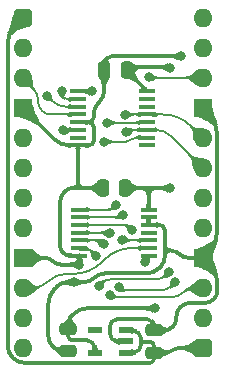
<source format=gtl>
%TF.GenerationSoftware,KiCad,Pcbnew,8.0.7*%
%TF.CreationDate,2025-02-05T15:06:03+02:00*%
%TF.ProjectId,Audio Address Decode,41756469-6f20-4416-9464-726573732044,V0*%
%TF.SameCoordinates,Original*%
%TF.FileFunction,Copper,L1,Top*%
%TF.FilePolarity,Positive*%
%FSLAX46Y46*%
G04 Gerber Fmt 4.6, Leading zero omitted, Abs format (unit mm)*
G04 Created by KiCad (PCBNEW 8.0.7) date 2025-02-05 15:06:03*
%MOMM*%
%LPD*%
G01*
G04 APERTURE LIST*
G04 Aperture macros list*
%AMRoundRect*
0 Rectangle with rounded corners*
0 $1 Rounding radius*
0 $2 $3 $4 $5 $6 $7 $8 $9 X,Y pos of 4 corners*
0 Add a 4 corners polygon primitive as box body*
4,1,4,$2,$3,$4,$5,$6,$7,$8,$9,$2,$3,0*
0 Add four circle primitives for the rounded corners*
1,1,$1+$1,$2,$3*
1,1,$1+$1,$4,$5*
1,1,$1+$1,$6,$7*
1,1,$1+$1,$8,$9*
0 Add four rect primitives between the rounded corners*
20,1,$1+$1,$2,$3,$4,$5,0*
20,1,$1+$1,$4,$5,$6,$7,0*
20,1,$1+$1,$6,$7,$8,$9,0*
20,1,$1+$1,$8,$9,$2,$3,0*%
G04 Aperture macros list end*
%TA.AperFunction,SMDPad,CuDef*%
%ADD10R,1.475000X0.450000*%
%TD*%
%TA.AperFunction,SMDPad,CuDef*%
%ADD11RoundRect,0.250000X0.475000X-0.250000X0.475000X0.250000X-0.475000X0.250000X-0.475000X-0.250000X0*%
%TD*%
%TA.AperFunction,SMDPad,CuDef*%
%ADD12RoundRect,0.250000X0.250000X0.475000X-0.250000X0.475000X-0.250000X-0.475000X0.250000X-0.475000X0*%
%TD*%
%TA.AperFunction,SMDPad,CuDef*%
%ADD13R,1.450000X0.450000*%
%TD*%
%TA.AperFunction,SMDPad,CuDef*%
%ADD14RoundRect,0.250000X-0.475000X0.250000X-0.475000X-0.250000X0.475000X-0.250000X0.475000X0.250000X0*%
%TD*%
%TA.AperFunction,SMDPad,CuDef*%
%ADD15R,1.150000X0.600000*%
%TD*%
%TA.AperFunction,ComponentPad*%
%ADD16RoundRect,0.400000X-0.400000X-0.400000X0.400000X-0.400000X0.400000X0.400000X-0.400000X0.400000X0*%
%TD*%
%TA.AperFunction,ComponentPad*%
%ADD17O,1.600000X1.600000*%
%TD*%
%TA.AperFunction,ComponentPad*%
%ADD18R,1.600000X1.600000*%
%TD*%
%TA.AperFunction,ViaPad*%
%ADD19C,0.800000*%
%TD*%
%TA.AperFunction,Conductor*%
%ADD20C,0.380000*%
%TD*%
%TA.AperFunction,Conductor*%
%ADD21C,0.200000*%
%TD*%
G04 APERTURE END LIST*
D10*
%TO.P,IC4,1,1A*%
%TO.N,/CPU A ~{OE}*%
X4783600Y-16236400D03*
%TO.P,IC4,2,1B*%
%TO.N,/CPU A ~{WE}*%
X4783600Y-16886400D03*
%TO.P,IC4,3,1Y*%
%TO.N,/CPU A ~{OE}\u00B7~{WE}*%
X4783600Y-17536400D03*
%TO.P,IC4,4,2A*%
%TO.N,/CPU B ~{OE}*%
X4783600Y-18186400D03*
%TO.P,IC4,5,2B*%
%TO.N,/CPU B ~{WE}*%
X4783600Y-18836400D03*
%TO.P,IC4,6,2Y*%
%TO.N,/CPU B ~{OE}\u00B7~{WE}*%
X4783600Y-19486400D03*
%TO.P,IC4,7,GND*%
%TO.N,/GND*%
X4783600Y-20136400D03*
%TO.P,IC4,8,3Y*%
%TO.N,/Sound Address*%
X10659600Y-20136400D03*
%TO.P,IC4,9,3A*%
%TO.N,/~{CLK}*%
X10659600Y-19486400D03*
%TO.P,IC4,10,3B*%
%TO.N,/~{Device RAM}*%
X10659600Y-18836400D03*
%TO.P,IC4,11,4Y*%
%TO.N,unconnected-(IC4D-4Y-Pad11)*%
X10659600Y-18186400D03*
%TO.P,IC4,12,4A*%
%TO.N,/GND*%
X10659600Y-17536400D03*
%TO.P,IC4,13,4B*%
X10659600Y-16886400D03*
%TO.P,IC4,14,3V*%
%TO.N,/3.3V*%
X10659600Y-16236400D03*
%TD*%
D11*
%TO.P,C8,1*%
%TO.N,/5V*%
X11125200Y-28346400D03*
%TO.P,C8,2*%
%TO.N,/GND*%
X11125200Y-26446400D03*
%TD*%
D12*
%TO.P,C3,1*%
%TO.N,/3.3V*%
X8681000Y-14396000D03*
%TO.P,C3,2*%
%TO.N,/GND*%
X6781000Y-14396000D03*
%TD*%
%TO.P,C2,1*%
%TO.N,/3.3V*%
X8808000Y-4419600D03*
%TO.P,C2,2*%
%TO.N,/GND*%
X6908000Y-4419600D03*
%TD*%
D13*
%TO.P,IC1,1,A0*%
%TO.N,/A15*%
X4695000Y-6234000D03*
%TO.P,IC1,2,A1*%
%TO.N,/~{WD}*%
X4695000Y-6884000D03*
%TO.P,IC1,3,A2*%
%TO.N,/~{RD}*%
X4695000Y-7534000D03*
%TO.P,IC1,4,~{E1}*%
%TO.N,/Device ~{CS}*%
X4695000Y-8184000D03*
%TO.P,IC1,5,~{E2}*%
%TO.N,/GND*%
X4695000Y-8834000D03*
%TO.P,IC1,6,E3*%
%TO.N,/A16*%
X4695000Y-9484000D03*
%TO.P,IC1,7,~{Y7}*%
%TO.N,unconnected-(IC1-~{Y7}-Pad7)*%
X4695000Y-10134000D03*
%TO.P,IC1,8,GND*%
%TO.N,/GND*%
X4695000Y-10784000D03*
%TO.P,IC1,9,~{Y6}*%
%TO.N,unconnected-(IC1-~{Y6}-Pad9)*%
X10545000Y-10784000D03*
%TO.P,IC1,10,~{Y5}*%
%TO.N,/CPU B ~{WE}*%
X10545000Y-10134000D03*
%TO.P,IC1,11,~{Y4}*%
%TO.N,/CPU A ~{WE}*%
X10545000Y-9484000D03*
%TO.P,IC1,12,~{Y3}*%
%TO.N,/CPU B ~{OE}*%
X10545000Y-8834000D03*
%TO.P,IC1,13,~{Y2}*%
%TO.N,/CPU A ~{OE}*%
X10545000Y-8184000D03*
%TO.P,IC1,14,~{Y1}*%
%TO.N,unconnected-(IC1-~{Y1}-Pad14)*%
X10545000Y-7534000D03*
%TO.P,IC1,15,~{Y0}*%
%TO.N,unconnected-(IC1-~{Y0}-Pad15)*%
X10545000Y-6884000D03*
%TO.P,IC1,16,3V*%
%TO.N,/3.3V*%
X10545000Y-6234000D03*
%TD*%
D14*
%TO.P,C9,1*%
%TO.N,/3.3V*%
X3860800Y-26326000D03*
%TO.P,C9,2*%
%TO.N,/GND*%
X3860800Y-28226000D03*
%TD*%
D15*
%TO.P,IC5,1,6VIn*%
%TO.N,/5V*%
X8716800Y-28337000D03*
%TO.P,IC5,2,GND*%
%TO.N,/GND*%
X8716800Y-27387000D03*
%TO.P,IC5,3,EN*%
%TO.N,/5V*%
X8716800Y-26437000D03*
%TO.P,IC5,4,ADJ*%
%TO.N,unconnected-(IC5-ADJ-Pad4)*%
X6116800Y-26437000D03*
%TO.P,IC5,5,3.3VOut*%
%TO.N,/3.3V*%
X6116800Y-28337000D03*
%TD*%
D16*
%TO.P,J1,1,Pin_1*%
%TO.N,/5V*%
X0Y0D03*
D17*
%TO.P,J1,2,Pin_2*%
%TO.N,/~{Device RAM}*%
X0Y-2540000D03*
%TO.P,J1,3,Pin_3*%
%TO.N,/Device ~{CS}*%
X0Y-5080000D03*
D18*
%TO.P,J1,4,Pin_4*%
%TO.N,/GND*%
X0Y-7620000D03*
D17*
%TO.P,J1,5,Pin_5*%
%TO.N,/~{RD}*%
X0Y-10160000D03*
%TO.P,J1,6,Pin_6*%
%TO.N,/~{WD}*%
X0Y-12700000D03*
%TO.P,J1,7,Pin_7*%
%TO.N,/A16*%
X0Y-15240000D03*
%TO.P,J1,8,Pin_8*%
%TO.N,/A15*%
X0Y-17780000D03*
D18*
%TO.P,J1,9,Pin_9*%
%TO.N,/GND*%
X0Y-20320000D03*
D17*
%TO.P,J1,10,Pin_10*%
%TO.N,/~{CLK}*%
X0Y-22860000D03*
%TO.P,J1,11,Pin_11*%
%TO.N,unconnected-(J1-Pin_11-Pad11)*%
X0Y-25400000D03*
%TO.P,J1,12,Pin_12*%
%TO.N,unconnected-(J1-Pin_12-Pad12)*%
X0Y-27940000D03*
D16*
%TO.P,J1,13,Pin_13*%
%TO.N,/5V*%
X15240000Y-27940000D03*
D17*
%TO.P,J1,14,Pin_14*%
%TO.N,unconnected-(J1-Pin_14-Pad14)*%
X15240000Y-25400000D03*
%TO.P,J1,15,Pin_15*%
%TO.N,/CPU B ~{WE}*%
X15240000Y-22860000D03*
D18*
%TO.P,J1,16,Pin_16*%
%TO.N,/GND*%
X15240000Y-20320000D03*
D17*
%TO.P,J1,17,Pin_17*%
%TO.N,/CPU B ~{OE}*%
X15240000Y-17780000D03*
%TO.P,J1,18,Pin_18*%
%TO.N,/CPU B ~{OE}\u00B7~{WE}*%
X15240000Y-15240000D03*
%TO.P,J1,19,Pin_19*%
%TO.N,/CPU A ~{WE}*%
X15240000Y-12700000D03*
%TO.P,J1,20,Pin_20*%
%TO.N,/CPU A ~{OE}*%
X15240000Y-10160000D03*
D18*
%TO.P,J1,21,Pin_21*%
%TO.N,/GND*%
X15240000Y-7620000D03*
D17*
%TO.P,J1,22,Pin_22*%
%TO.N,/CPU A ~{OE}\u00B7~{WE}*%
X15240000Y-5080000D03*
%TO.P,J1,23,Pin_23*%
%TO.N,/Sound Address*%
X15240000Y-2540000D03*
%TO.P,J1,24,Pin_24*%
%TO.N,unconnected-(J1-Pin_24-Pad24)*%
X15240000Y0D03*
%TD*%
D19*
%TO.N,/GND*%
X4783596Y-20887196D03*
X13406703Y-3240000D03*
X4318000Y-22381606D03*
%TO.N,/3.3V*%
X12496800Y-14427200D03*
X12485600Y-4216400D03*
X11226800Y-24592998D03*
%TO.N,/A16*%
X3417000Y-9525000D03*
%TO.N,/~{WD}*%
X3302000Y-6223000D03*
%TO.N,/~{RD}*%
X2057400Y-6578600D03*
%TO.N,/A15*%
X5878410Y-6234000D03*
%TO.N,/CPU B ~{WE}*%
X6858000Y-19151600D03*
X7366000Y-23495000D03*
X6872500Y-10493200D03*
%TO.N,/CPU A ~{WE}*%
X8495914Y-16680226D03*
X8788316Y-9701584D03*
%TO.N,/CPU B ~{OE}*%
X7111998Y-8890000D03*
X12929291Y-22358615D03*
X8128000Y-22830804D03*
X7431000Y-18236402D03*
%TO.N,/CPU A ~{OE}*%
X8636000Y-8189992D03*
X7920625Y-15862272D03*
%TO.N,/CPU A ~{OE}\u00B7~{WE}*%
X9251551Y-17937042D03*
X10716040Y-5006400D03*
%TO.N,/CPU B ~{OE}\u00B7~{WE}*%
X6234471Y-20171403D03*
X12372400Y-21528026D03*
X6477226Y-22733226D03*
%TO.N,/Sound Address*%
X10372493Y-20654150D03*
%TO.N,/~{Device RAM}*%
X8421544Y-18786400D03*
%TD*%
D20*
%TO.N,/3.3V*%
X4138799Y-25261700D02*
G75*
G03*
X3860797Y-25932850I671141J-671150D01*
G01*
X12481200Y-14411600D02*
G75*
G03*
X12443538Y-14395984I-37700J-37700D01*
G01*
X5476917Y-24593000D02*
G75*
G03*
X4334145Y-25066345I-17J-1616100D01*
G01*
X3962400Y-27203400D02*
G75*
G03*
X4207684Y-27305007I245300J245300D01*
G01*
X5915900Y-27505900D02*
G75*
G02*
X6116794Y-27990915I-485000J-485000D01*
G01*
X3860800Y-26958115D02*
G75*
G03*
X3962405Y-27203395I346900J15D01*
G01*
X5915900Y-27505900D02*
G75*
G03*
X5430884Y-27305006I-485000J-485000D01*
G01*
X12460200Y-4191000D02*
G75*
G03*
X12398878Y-4165609I-61300J-61300D01*
G01*
X10663800Y-15625200D02*
G75*
G03*
X10659616Y-15635339I10100J-10100D01*
G01*
X10668000Y-15008500D02*
G75*
G03*
X10055500Y-14396000I-612500J0D01*
G01*
X11280500Y-14396000D02*
G75*
G03*
X10668000Y-15008500I0J-612500D01*
G01*
X10668000Y-15615060D02*
G75*
G02*
X10663812Y-15625212I-14300J-40D01*
G01*
X10055500Y-14396000D02*
X11280500Y-14396000D01*
%TO.N,/GND*%
X7578892Y-3240000D02*
G75*
G03*
X7104502Y-3436502I8J-670900D01*
G01*
X5903750Y-8962750D02*
G75*
G02*
X6032508Y-9273579I-310850J-310850D01*
G01*
X10960100Y-25692100D02*
G75*
G02*
X11125206Y-26090686I-398600J-398600D01*
G01*
X2632044Y-27905044D02*
G75*
G03*
X3406900Y-28226003I774856J774844D01*
G01*
X6032500Y-10387097D02*
G75*
G02*
X5916251Y-10667751I-396900J-3D01*
G01*
X16185166Y-23819833D02*
G75*
G02*
X15436358Y-24129962I-748766J748833D01*
G01*
X7563900Y-27189100D02*
G75*
G03*
X8041672Y-27387011I477800J477800D01*
G01*
X2569598Y-20603598D02*
G75*
G03*
X3254264Y-20887193I684662J684668D01*
G01*
X12039600Y-20199350D02*
G75*
G02*
X11675899Y-21077400I-1241750J0D01*
G01*
X4295500Y-14396000D02*
G75*
G03*
X3606690Y-14681325I0J-974100D01*
G01*
X13271500Y-20002500D02*
G75*
G03*
X14038012Y-20319995I766500J766500D01*
G01*
X12716550Y-26145450D02*
G75*
G02*
X11989992Y-26446397I-726550J726550D01*
G01*
X12496800Y-19685000D02*
G75*
G03*
X12039600Y-20142200I0J-457200D01*
G01*
X12039600Y-19227800D02*
G75*
G03*
X12496800Y-19685000I457200J0D01*
G01*
X10960100Y-25692100D02*
G75*
G03*
X10561513Y-25526994I-398600J-398600D01*
G01*
X6034500Y-8391005D02*
G75*
G02*
X5904748Y-8704248I-443000J5D01*
G01*
X13366750Y-24479250D02*
G75*
G03*
X13017506Y-25322414I843150J-843150D01*
G01*
X3420550Y-19890850D02*
G75*
G03*
X4013360Y-20136400I592810J592810D01*
G01*
X4295500Y-14396000D02*
G75*
G03*
X4699000Y-13992500I0J403500D01*
G01*
X4699000Y-13992500D02*
G75*
G03*
X5102500Y-14396000I403500J0D01*
G01*
X4695000Y-13074171D02*
G75*
G03*
X4696992Y-13079008I6800J-29D01*
G01*
X2569598Y-20603598D02*
G75*
G03*
X1884931Y-20319997I-684668J-684662D01*
G01*
X16495333Y-23071025D02*
G75*
G02*
X16185145Y-23819812I-1058933J25D01*
G01*
X5592920Y-8834000D02*
G75*
G03*
X5903744Y-8705244I-20J439600D01*
G01*
X5903750Y-8962750D02*
G75*
G03*
X5592920Y-8833992I-310850J-310850D01*
G01*
X5903750Y-8705250D02*
G75*
G03*
X5903750Y-8962750I128750J-128750D01*
G01*
X6908000Y-6113342D02*
G75*
G02*
X6471249Y-7167749I-1491160J2D01*
G01*
X6082020Y-22011203D02*
G75*
G02*
X5187788Y-22381606I-894220J894203D01*
G01*
X3795197Y-22381606D02*
G75*
G03*
X2902711Y-22751278I3J-1262194D01*
G01*
X13017500Y-25418892D02*
G75*
G02*
X12716552Y-26145452I-1027500J-8D01*
G01*
X11908350Y-17667650D02*
G75*
G02*
X12039594Y-17984515I-316850J-316850D01*
G01*
X14414500Y-20320000D02*
G75*
G03*
X15823710Y-19736277I0J1992900D01*
G01*
X15823716Y-20903716D02*
G75*
G03*
X14414500Y-20319990I-1409216J-1409184D01*
G01*
X3175000Y-19298039D02*
G75*
G03*
X3420550Y-19890850I838360J-1D01*
G01*
X2622709Y-10242709D02*
G75*
G03*
X3929500Y-10783994I1306791J1306809D01*
G01*
X7366000Y-26711327D02*
G75*
G03*
X7563908Y-27189092I675700J27D01*
G01*
X15867666Y-20947666D02*
G75*
G02*
X16495329Y-22462987I-1515366J-1515334D01*
G01*
X2715697Y-22938303D02*
G75*
G03*
X2159002Y-24282288I1343973J-1343977D01*
G01*
X14209914Y-24130000D02*
G75*
G03*
X13366746Y-24479246I-14J-1192400D01*
G01*
X15835000Y-8215000D02*
G75*
G02*
X16430018Y-9651457I-1436500J-1436500D01*
G01*
X2159000Y-26870557D02*
G75*
G03*
X2555999Y-27829001I1355440J-3D01*
G01*
X7556500Y-25717500D02*
G75*
G03*
X7366003Y-26177407I459900J-459900D01*
G01*
X6377446Y-7261553D02*
G75*
G03*
X6034501Y-8089500I827954J-827947D01*
G01*
X8016407Y-25527000D02*
G75*
G03*
X7556498Y-25717498I-7J-650400D01*
G01*
X6976251Y-21640800D02*
G75*
G03*
X6082022Y-22011205I-1J-1264620D01*
G01*
X4697000Y-13079000D02*
G75*
G02*
X4698988Y-13083828I-4800J-4800D01*
G01*
X11576050Y-21177250D02*
G75*
G02*
X10456941Y-21640817I-1119150J1119150D01*
G01*
X11908350Y-17667650D02*
G75*
G03*
X11591484Y-17536406I-316850J-316850D01*
G01*
X5916250Y-10667750D02*
G75*
G02*
X5635597Y-10783999I-280650J280650D01*
G01*
X3533500Y-14754500D02*
G75*
G03*
X3174998Y-15619995I865500J-865500D01*
G01*
X13271500Y-20002500D02*
G75*
G03*
X12504987Y-19685005I-766500J-766500D01*
G01*
X16430000Y-18288542D02*
G75*
G02*
X15835001Y-19725001I-2031470J2D01*
G01*
X7104500Y-3436500D02*
G75*
G03*
X6907997Y-3910892I474400J-474400D01*
G01*
X12039600Y-20142200D02*
X12039600Y-19227800D01*
X5102500Y-14396000D02*
X4295500Y-14396000D01*
%TO.N,/5V*%
X11125200Y-28863115D02*
G75*
G02*
X11023595Y-29108395I-346900J15D01*
G01*
X12700000Y-28143200D02*
G75*
G02*
X12209431Y-28346413I-490600J490600D01*
G01*
X11023600Y-27533600D02*
G75*
G03*
X10778315Y-27431993I-245300J-245300D01*
G01*
X9789500Y-26680500D02*
G75*
G03*
X9201638Y-26436984I-587900J-587900D01*
G01*
X-1270000Y-27746864D02*
G75*
G03*
X-841456Y-28781456I1463140J4D01*
G01*
X9837399Y-28141399D02*
G75*
G02*
X9365179Y-28336990I-472199J472199D01*
G01*
X-635000Y-635000D02*
G75*
G03*
X-1270002Y-2168025I1533030J-1533030D01*
G01*
X11023600Y-29108400D02*
G75*
G02*
X10778315Y-29210007I-245300J245300D01*
G01*
X13190568Y-27940000D02*
G75*
G03*
X12700009Y-28143209I32J-693800D01*
G01*
X11023600Y-27533600D02*
G75*
G02*
X11125207Y-27778884I-245300J-245300D01*
G01*
X-841457Y-28781457D02*
G75*
G03*
X193135Y-29210000I1034594J1034593D01*
G01*
X9853394Y-26744394D02*
G75*
G02*
X10033003Y-27178000I-433594J-433606D01*
G01*
X10033000Y-27688900D02*
G75*
G02*
X9851342Y-28127453I-620200J0D01*
G01*
X10287000Y-27432000D02*
G75*
G03*
X10033000Y-27686000I0J-254000D01*
G01*
X10033000Y-27178000D02*
G75*
G03*
X10287000Y-27432000I254000J0D01*
G01*
X10033000Y-27686000D02*
X10033000Y-27178000D01*
D21*
%TO.N,/~{Device RAM}*%
X8446544Y-18811400D02*
G75*
G03*
X8506899Y-18836387I60356J60400D01*
G01*
%TO.N,/Sound Address*%
X10659600Y-20251721D02*
G75*
G02*
X10578043Y-20448575I-278400J21D01*
G01*
%TO.N,/CPU B ~{OE}\u00B7~{WE}*%
X5820243Y-19757175D02*
G75*
G03*
X5166534Y-19486381I-653743J-653725D01*
G01*
X12071013Y-21829413D02*
G75*
G02*
X11343400Y-22130800I-727613J727613D01*
G01*
X7505631Y-22130800D02*
G75*
G03*
X6778424Y-22431998I-31J-1028400D01*
G01*
%TO.N,/CPU A ~{OE}\u00B7~{WE}*%
X10752840Y-5043200D02*
G75*
G03*
X10841683Y-5079995I88860J88900D01*
G01*
X9051230Y-17736721D02*
G75*
G03*
X8567612Y-17536380I-483630J-483579D01*
G01*
%TO.N,/CPU A ~{OE}*%
X7733561Y-16049336D02*
G75*
G02*
X7281948Y-16236427I-451661J451636D01*
G01*
X8646228Y-8184000D02*
G75*
G03*
X8638987Y-8186987I-28J-10200D01*
G01*
X14225311Y-9145311D02*
G75*
G03*
X11904500Y-8183993I-2320811J-2320789D01*
G01*
%TO.N,/CPU B ~{OE}*%
X8244198Y-22947002D02*
G75*
G03*
X8524724Y-23063190I280502J280502D01*
G01*
X7405999Y-18211401D02*
G75*
G03*
X7345641Y-18186383I-60399J-60399D01*
G01*
X12576998Y-22710907D02*
G75*
G02*
X11726489Y-23063192I-850498J850507D01*
G01*
%TO.N,/CPU A ~{WE}*%
X8392827Y-16783313D02*
G75*
G02*
X8143952Y-16886426I-248927J248913D01*
G01*
X12546905Y-10006905D02*
G75*
G03*
X11284500Y-9483997I-1262405J-1262395D01*
G01*
X9159755Y-9484000D02*
G75*
G03*
X8897139Y-9592823I45J-371400D01*
G01*
%TO.N,/CPU B ~{WE}*%
X13598000Y-23250000D02*
G75*
G02*
X12656456Y-23639982I-941500J941500D01*
G01*
X9166250Y-10313600D02*
G75*
G02*
X8732657Y-10493168I-433550J433600D01*
G01*
X9599842Y-10134000D02*
G75*
G03*
X9166227Y-10313577I-42J-613200D01*
G01*
X7438500Y-23567500D02*
G75*
G03*
X7613530Y-23639987I175000J175000D01*
G01*
X14539543Y-22860000D02*
G75*
G03*
X13597987Y-23249987I-43J-1331500D01*
G01*
X6700400Y-18994000D02*
G75*
G03*
X6319919Y-18836392I-380500J-380500D01*
G01*
%TO.N,/~{RD}*%
X2535100Y-7056300D02*
G75*
G03*
X3688369Y-7533997I1153270J1153280D01*
G01*
%TO.N,/~{WD}*%
X3442000Y-6744000D02*
G75*
G03*
X3779989Y-6884004I338000J338000D01*
G01*
X3302000Y-6413500D02*
G75*
G03*
X3436705Y-6738701I459900J0D01*
G01*
%TO.N,/A16*%
X3486991Y-9484000D02*
G75*
G03*
X3437503Y-9504503I9J-70000D01*
G01*
%TO.N,/Device ~{CS}*%
X1308425Y-7069984D02*
G75*
G03*
X1634714Y-7857710I1114015J4D01*
G01*
X1634712Y-7857712D02*
G75*
G03*
X2422440Y-8183998I787728J787732D01*
G01*
X904313Y-5984313D02*
G75*
G02*
X1308425Y-6959925I-975616J-975614D01*
G01*
%TO.N,/~{CLK}*%
X2234716Y-22276283D02*
G75*
G02*
X825500Y-22860000I-1409221J1409225D01*
G01*
X6740164Y-20660092D02*
G75*
G02*
X4274029Y-21681603I-2466144J2466142D01*
G01*
X9286729Y-19486400D02*
G75*
G03*
X6943090Y-20457165I-9J-3314390D01*
G01*
X3662654Y-21681600D02*
G75*
G03*
X2240199Y-22270799I-4J-2011650D01*
G01*
D20*
%TO.N,/5V*%
X11125200Y-28863115D02*
X11125200Y-28346400D01*
X10033000Y-27688900D02*
X10033000Y-27686000D01*
X-635000Y-635000D02*
X0Y0D01*
X9201638Y-26437000D02*
X8716800Y-26437000D01*
X10778315Y-27432000D02*
X10287000Y-27432000D01*
X-1270000Y-27746864D02*
X-1270000Y-2168025D01*
X9789500Y-26680500D02*
X9853394Y-26744394D01*
X9837399Y-28141399D02*
X9851344Y-28127455D01*
X12209431Y-28346400D02*
X11125200Y-28346400D01*
X11125200Y-27778884D02*
X11125200Y-28346400D01*
X9365179Y-28337000D02*
X8716800Y-28337000D01*
X13190568Y-27940000D02*
X15240000Y-27940000D01*
X10778315Y-29210000D02*
X193135Y-29210000D01*
%TO.N,/GND*%
X4699000Y-13992500D02*
X4699000Y-13083828D01*
X4783600Y-20887192D02*
X4783596Y-20887196D01*
X4318000Y-22381606D02*
X3795197Y-22381606D01*
X10659600Y-17536400D02*
X11591484Y-17536400D01*
X12039600Y-20199350D02*
X12039600Y-20142200D01*
X6034500Y-8391005D02*
X6034500Y-8089500D01*
X2902716Y-22751283D02*
X2715697Y-22938303D01*
X4318000Y-22381606D02*
X5187788Y-22381606D01*
X16430000Y-9651457D02*
X16430000Y-18288542D01*
X15823716Y-20903716D02*
X15867666Y-20947666D01*
X2632044Y-27905044D02*
X2556000Y-27829000D01*
X3175000Y-19298039D02*
X3175000Y-15619995D01*
X6976251Y-21640800D02*
X10456941Y-21640800D01*
X8041672Y-27387000D02*
X8716800Y-27387000D01*
X12496800Y-19685000D02*
X12504987Y-19685000D01*
X3606682Y-14681317D02*
X3533500Y-14754500D01*
X6908000Y-4812900D02*
X6908000Y-6113342D01*
X12039600Y-19227800D02*
X12039600Y-17984515D01*
X6032500Y-9273579D02*
X6032500Y-10387097D01*
X4783600Y-20136400D02*
X4783600Y-20887192D01*
X2622709Y-10242709D02*
X0Y-7620000D01*
X1884931Y-20320000D02*
X0Y-20320000D01*
X10659600Y-17536400D02*
X10659600Y-16886400D01*
X14038012Y-20320000D02*
X14414500Y-20320000D01*
X7366000Y-26711327D02*
X7366000Y-26177407D01*
X4695000Y-10784000D02*
X4695000Y-13074171D01*
X7578892Y-3240000D02*
X13406703Y-3240000D01*
X16495333Y-23071025D02*
X16495333Y-22462987D01*
X5102500Y-14396000D02*
X6781000Y-14396000D01*
X5904750Y-8704250D02*
X5903750Y-8705250D01*
X4695000Y-10784000D02*
X3929500Y-10784000D01*
X6471249Y-7167749D02*
X6377446Y-7261553D01*
X5592920Y-8834000D02*
X4695000Y-8834000D01*
X4013360Y-20136400D02*
X4783600Y-20136400D01*
X11125200Y-26090686D02*
X11125200Y-26446400D01*
X10561513Y-25527000D02*
X8016407Y-25527000D01*
X3254264Y-20887196D02*
X4783596Y-20887196D01*
X2159000Y-24282288D02*
X2159000Y-26870557D01*
X11675899Y-21077400D02*
X11576050Y-21177250D01*
X4695000Y-10784000D02*
X5635597Y-10784000D01*
X11125200Y-26446400D02*
X11989992Y-26446400D01*
X13017500Y-25322414D02*
X13017500Y-25418892D01*
X15436358Y-24130000D02*
X14209914Y-24130000D01*
%TO.N,/3.3V*%
X12496800Y-14427200D02*
X12481200Y-14411600D01*
X12398878Y-4165600D02*
X9062000Y-4165600D01*
X10545000Y-6227000D02*
X8808000Y-4490000D01*
X10055500Y-14396000D02*
X8681000Y-14396000D01*
X3860800Y-26958115D02*
X3860800Y-26326000D01*
X5476917Y-24593000D02*
X10464796Y-24593000D01*
X10668000Y-15008500D02*
X10668000Y-15615060D01*
X4138799Y-25261700D02*
X4334150Y-25066350D01*
X11226800Y-24592998D02*
X10464798Y-24592998D01*
X10659600Y-15635339D02*
X10659600Y-16236400D01*
X12485600Y-4216400D02*
X12460200Y-4191000D01*
X6116800Y-27990915D02*
X6116800Y-28337000D01*
X3860800Y-25932850D02*
X3860800Y-26326000D01*
X4207684Y-27305000D02*
X5430884Y-27305000D01*
X12443538Y-14396000D02*
X11280500Y-14396000D01*
D21*
%TO.N,/~{CLK}*%
X825500Y-22860000D02*
X0Y-22860000D01*
X2234716Y-22276283D02*
X2240200Y-22270800D01*
X9286729Y-19486400D02*
X10659600Y-19486400D01*
X6740164Y-20660092D02*
X6943091Y-20457166D01*
X4274029Y-21681600D02*
X3662654Y-21681600D01*
%TO.N,/Device ~{CS}*%
X2422440Y-8184000D02*
X4695000Y-8184000D01*
X1308425Y-7069984D02*
X1308425Y-6959925D01*
X904313Y-5984313D02*
X0Y-5080000D01*
%TO.N,/A16*%
X3437500Y-9504500D02*
X3417000Y-9525000D01*
X3486991Y-9484000D02*
X4695000Y-9484000D01*
%TO.N,/~{WD}*%
X3302000Y-6223000D02*
X3302000Y-6413500D01*
X3442000Y-6744000D02*
X3436703Y-6738703D01*
X3779989Y-6884000D02*
X4695000Y-6884000D01*
%TO.N,/~{RD}*%
X3688369Y-7534000D02*
X4695000Y-7534000D01*
X2057400Y-6578600D02*
X2535100Y-7056300D01*
%TO.N,/A15*%
X5878410Y-6234000D02*
X4695000Y-6234000D01*
%TO.N,/CPU B ~{WE}*%
X12656456Y-23640000D02*
X7613530Y-23640000D01*
X6858000Y-19151600D02*
X6700400Y-18994000D01*
X6319919Y-18836400D02*
X4783600Y-18836400D01*
X14539543Y-22860000D02*
X15240000Y-22860000D01*
X7366000Y-23495000D02*
X7438500Y-23567500D01*
X8732657Y-10493200D02*
X6872500Y-10493200D01*
X9599842Y-10134000D02*
X10545000Y-10134000D01*
%TO.N,/CPU A ~{WE}*%
X10545000Y-9484000D02*
X11284500Y-9484000D01*
X8392827Y-16783313D02*
X8495914Y-16680226D01*
X8143952Y-16886400D02*
X4783600Y-16886400D01*
X8788316Y-9701584D02*
X8897108Y-9592792D01*
X10545000Y-9484000D02*
X9159755Y-9484000D01*
X12546905Y-10006905D02*
X15240000Y-12700000D01*
%TO.N,/CPU B ~{OE}*%
X8524724Y-23063200D02*
X11726489Y-23063200D01*
X7431000Y-18236402D02*
X7405999Y-18211401D01*
X7111998Y-8890000D02*
X10489000Y-8890000D01*
X8244198Y-22947002D02*
X8128000Y-22830804D01*
X12929291Y-22358615D02*
X12576998Y-22710907D01*
X7345641Y-18186400D02*
X4783600Y-18186400D01*
%TO.N,/CPU A ~{OE}*%
X10545000Y-8184000D02*
X11904500Y-8184000D01*
X10545000Y-8184000D02*
X8646228Y-8184000D01*
X8638996Y-8186996D02*
X8636000Y-8189992D01*
X7733561Y-16049336D02*
X7920625Y-15862272D01*
X14225311Y-9145311D02*
X15240000Y-10160000D01*
X7281948Y-16236400D02*
X4783600Y-16236400D01*
%TO.N,/CPU A ~{OE}\u00B7~{WE}*%
X9251551Y-17937042D02*
X9051230Y-17736721D01*
X8567612Y-17536400D02*
X4783600Y-17536400D01*
X10716040Y-5006400D02*
X10752840Y-5043200D01*
X10841683Y-5080000D02*
X15240000Y-5080000D01*
%TO.N,/CPU B ~{OE}\u00B7~{WE}*%
X5820243Y-19757175D02*
X6234471Y-20171403D01*
X11343400Y-22130800D02*
X7505631Y-22130800D01*
X12372400Y-21528026D02*
X12071013Y-21829413D01*
X6778439Y-22432013D02*
X6477226Y-22733226D01*
%TO.N,/Sound Address*%
X10372493Y-20654150D02*
X10578055Y-20448587D01*
%TO.N,/~{Device RAM}*%
X8446544Y-18811400D02*
X8421544Y-18786400D01*
X8506899Y-18836400D02*
X10659600Y-18836400D01*
%TD*%
%TA.AperFunction,Conductor*%
%TO.N,/3.3V*%
G36*
X3901064Y-25266741D02*
G01*
X3901633Y-25267098D01*
X4204604Y-25469541D01*
X4208671Y-25474248D01*
X4257976Y-25578050D01*
X4300327Y-25655484D01*
X4308676Y-25670748D01*
X4359370Y-25749402D01*
X4410065Y-25814019D01*
X4451320Y-25855182D01*
X4454756Y-25863450D01*
X4451339Y-25871727D01*
X4450192Y-25872734D01*
X3869231Y-26319914D01*
X3860585Y-26322245D01*
X3853051Y-26318066D01*
X3456445Y-25834843D01*
X3453845Y-25826274D01*
X3457864Y-25818546D01*
X3537615Y-25750042D01*
X3626044Y-25655485D01*
X3714473Y-25542328D01*
X3802902Y-25410571D01*
X3885050Y-25270893D01*
X3892196Y-25265501D01*
X3901064Y-25266741D01*
G37*
%TD.AperFunction*%
%TD*%
%TA.AperFunction,Conductor*%
%TO.N,/GND*%
G36*
X11008898Y-25487195D02*
G01*
X11012310Y-25490178D01*
X11102911Y-25607561D01*
X11102915Y-25607565D01*
X11102917Y-25607568D01*
X11204190Y-25720175D01*
X11305463Y-25814184D01*
X11406736Y-25889592D01*
X11406738Y-25889593D01*
X11406742Y-25889596D01*
X11461485Y-25920302D01*
X11496258Y-25939808D01*
X11501797Y-25946844D01*
X11500738Y-25955736D01*
X11499835Y-25957110D01*
X11132816Y-26438054D01*
X11125073Y-26442552D01*
X11116893Y-26440602D01*
X10509471Y-26023596D01*
X10504590Y-26016088D01*
X10506447Y-26007328D01*
X10512971Y-26002674D01*
X10553334Y-25991503D01*
X10617911Y-25962174D01*
X10682489Y-25921389D01*
X10747066Y-25869146D01*
X10811643Y-25805448D01*
X10992917Y-25491475D01*
X11000020Y-25486026D01*
X11008898Y-25487195D01*
G37*
%TD.AperFunction*%
%TD*%
%TA.AperFunction,Conductor*%
%TO.N,/GND*%
G36*
X3391682Y-27732191D02*
G01*
X3850693Y-28215299D01*
X3853907Y-28223657D01*
X3850270Y-28231840D01*
X3847498Y-28233795D01*
X3169304Y-28577329D01*
X3160375Y-28578011D01*
X3155322Y-28574720D01*
X3041130Y-28447875D01*
X3041125Y-28447870D01*
X2920937Y-28332967D01*
X2920934Y-28332964D01*
X2800763Y-28236675D01*
X2800762Y-28236674D01*
X2800758Y-28236671D01*
X2800752Y-28236667D01*
X2800745Y-28236662D01*
X2680575Y-28158970D01*
X2574775Y-28106943D01*
X2568863Y-28100217D01*
X2569439Y-28091281D01*
X2571514Y-28088324D01*
X2820035Y-27830497D01*
X2828242Y-27826921D01*
X2829917Y-27827010D01*
X2936443Y-27840456D01*
X2936447Y-27840455D01*
X2936449Y-27840456D01*
X2952042Y-27840047D01*
X3048782Y-27837517D01*
X3161121Y-27817462D01*
X3273460Y-27780290D01*
X3378110Y-27729715D01*
X3387049Y-27729201D01*
X3391682Y-27732191D01*
G37*
%TD.AperFunction*%
%TD*%
%TA.AperFunction,Conductor*%
%TO.N,/GND*%
G36*
X16036999Y-20051872D02*
G01*
X16042904Y-20058603D01*
X16043154Y-20059438D01*
X16148211Y-20465946D01*
X16256409Y-20848008D01*
X16364617Y-21193502D01*
X16428419Y-21375634D01*
X16472824Y-21502393D01*
X16531175Y-21649227D01*
X16576174Y-21762464D01*
X16576045Y-21771418D01*
X16569622Y-21777658D01*
X16568329Y-21778086D01*
X16219773Y-21871481D01*
X16210895Y-21870312D01*
X16209339Y-21869237D01*
X15940504Y-21649227D01*
X15667029Y-21462020D01*
X15393555Y-21311413D01*
X15393553Y-21311412D01*
X15120083Y-21197407D01*
X15120070Y-21197403D01*
X14860103Y-21123820D01*
X14853075Y-21118269D01*
X14852031Y-21109376D01*
X14852782Y-21107416D01*
X15237602Y-20323393D01*
X15244319Y-20317480D01*
X16028063Y-20051288D01*
X16036999Y-20051872D01*
G37*
%TD.AperFunction*%
%TD*%
%TA.AperFunction,Conductor*%
%TO.N,/GND*%
G36*
X16036870Y-7360349D02*
G01*
X16042711Y-7367137D01*
X16042972Y-7368055D01*
X16141002Y-7775115D01*
X16242005Y-8157919D01*
X16315383Y-8409433D01*
X16343010Y-8504130D01*
X16444011Y-8813727D01*
X16540560Y-9074692D01*
X16540217Y-9083641D01*
X16533647Y-9089725D01*
X16532615Y-9090053D01*
X16183866Y-9183506D01*
X16174988Y-9182338D01*
X16173294Y-9181148D01*
X15909799Y-8958880D01*
X15909797Y-8958878D01*
X15909787Y-8958870D01*
X15641609Y-8769252D01*
X15641604Y-8769249D01*
X15641601Y-8769247D01*
X15373438Y-8616238D01*
X15373428Y-8616233D01*
X15105271Y-8499823D01*
X15105257Y-8499818D01*
X14850467Y-8423985D01*
X14843516Y-8418340D01*
X14842591Y-8409433D01*
X14843348Y-8407525D01*
X15237561Y-7623373D01*
X15244333Y-7617524D01*
X16027940Y-7359680D01*
X16036870Y-7360349D01*
G37*
%TD.AperFunction*%
%TD*%
%TA.AperFunction,Conductor*%
%TO.N,/GND*%
G36*
X16183863Y-18756493D02*
G01*
X16532617Y-18849945D01*
X16539721Y-18855396D01*
X16540889Y-18864274D01*
X16540561Y-18865306D01*
X16444012Y-19126271D01*
X16343011Y-19435868D01*
X16242004Y-19782083D01*
X16141001Y-20164886D01*
X16042972Y-20571944D01*
X16037703Y-20579185D01*
X16028858Y-20580580D01*
X16027940Y-20580319D01*
X15244355Y-20322483D01*
X15237570Y-20316644D01*
X14843351Y-19532481D01*
X14842697Y-19523552D01*
X14848550Y-19516775D01*
X14850459Y-19516016D01*
X15105254Y-19440182D01*
X15105266Y-19440176D01*
X15105271Y-19440175D01*
X15196506Y-19400568D01*
X15373432Y-19323765D01*
X15641609Y-19170747D01*
X15909787Y-18981130D01*
X16173296Y-18758851D01*
X16181827Y-18756137D01*
X16183863Y-18756493D01*
G37*
%TD.AperFunction*%
%TD*%
%TA.AperFunction,Conductor*%
%TO.N,/GND*%
G36*
X7052879Y-3243687D02*
G01*
X7055728Y-3246651D01*
X7256633Y-3547330D01*
X7258016Y-3550166D01*
X7283803Y-3628364D01*
X7310102Y-3698275D01*
X7331443Y-3747022D01*
X7336389Y-3758319D01*
X7362679Y-3808540D01*
X7384229Y-3841645D01*
X7385870Y-3850448D01*
X7383367Y-3855571D01*
X6918724Y-4406455D01*
X6910770Y-4410570D01*
X6902237Y-4407856D01*
X6899276Y-4404065D01*
X6565720Y-3724089D01*
X6565154Y-3715154D01*
X6570134Y-3708948D01*
X6658096Y-3655342D01*
X6755173Y-3577580D01*
X6852250Y-3481219D01*
X6949327Y-3366257D01*
X7036536Y-3246271D01*
X7044172Y-3241595D01*
X7052879Y-3243687D01*
G37*
%TD.AperFunction*%
%TD*%
%TA.AperFunction,Conductor*%
%TO.N,/5V*%
G36*
X9296919Y-26197890D02*
G01*
X9329829Y-26218234D01*
X9363531Y-26239068D01*
X9435276Y-26276817D01*
X9435278Y-26276818D01*
X9459186Y-26287197D01*
X9507010Y-26307961D01*
X9578747Y-26332506D01*
X9578755Y-26332508D01*
X9578758Y-26332509D01*
X9616213Y-26341878D01*
X9637322Y-26347159D01*
X9644517Y-26352491D01*
X9645833Y-26361348D01*
X9645292Y-26362987D01*
X9508515Y-26693176D01*
X9502183Y-26699507D01*
X9496109Y-26700289D01*
X9485241Y-26698792D01*
X9462406Y-26695646D01*
X9462404Y-26695646D01*
X9419752Y-26696255D01*
X9419749Y-26696256D01*
X9377099Y-26703352D01*
X9377096Y-26703353D01*
X9334452Y-26716931D01*
X9297048Y-26734530D01*
X9288103Y-26734951D01*
X9286656Y-26734317D01*
X8737958Y-26448134D01*
X8732208Y-26441269D01*
X8732995Y-26432349D01*
X8738835Y-26426975D01*
X9286245Y-26197058D01*
X9295198Y-26197015D01*
X9296919Y-26197890D01*
G37*
%TD.AperFunction*%
%TD*%
%TA.AperFunction,Conductor*%
%TO.N,/5V*%
G36*
X-787862Y281750D02*
G01*
X-4192Y2552D01*
X2446Y-3447D01*
X214017Y-451383D01*
X372283Y-786464D01*
X372718Y-795408D01*
X366701Y-802040D01*
X363998Y-802934D01*
X116071Y-852497D01*
X-146542Y-941598D01*
X-409124Y-1067284D01*
X-409142Y-1067293D01*
X-409144Y-1067294D01*
X-671751Y-1229592D01*
X-929012Y-1424442D01*
X-937676Y-1426705D01*
X-940553Y-1425924D01*
X-1274720Y-1287508D01*
X-1281052Y-1281176D01*
X-1281093Y-1272321D01*
X-1188347Y-1042449D01*
X-1188335Y-1042418D01*
X-1091258Y-765217D01*
X-994172Y-451386D01*
X-897084Y-100950D01*
X-803135Y273576D01*
X-797799Y280766D01*
X-788940Y282077D01*
X-787862Y281750D01*
G37*
%TD.AperFunction*%
%TD*%
%TA.AperFunction,Conductor*%
%TO.N,/Sound Address*%
G36*
X10666757Y-20145454D02*
G01*
X10666779Y-20145487D01*
X10803120Y-20351790D01*
X10804822Y-20360582D01*
X10799961Y-20367900D01*
X10760302Y-20395007D01*
X10760297Y-20395011D01*
X10711135Y-20436113D01*
X10711123Y-20436124D01*
X10661957Y-20484728D01*
X10661936Y-20484750D01*
X10612795Y-20540825D01*
X10612771Y-20540855D01*
X10571741Y-20593935D01*
X10563970Y-20598385D01*
X10555329Y-20596037D01*
X10554211Y-20595053D01*
X10422919Y-20463762D01*
X10421597Y-20462184D01*
X10402022Y-20434131D01*
X10402016Y-20434123D01*
X10402009Y-20434113D01*
X10381830Y-20409490D01*
X10361651Y-20389164D01*
X10341472Y-20373133D01*
X10337532Y-20370842D01*
X10332104Y-20363722D01*
X10333299Y-20354847D01*
X10336930Y-20350989D01*
X10650535Y-20142198D01*
X10659320Y-20140467D01*
X10666757Y-20145454D01*
G37*
%TD.AperFunction*%
%TD*%
%TA.AperFunction,Conductor*%
%TO.N,/Sound Address*%
G36*
X10748052Y-20255550D02*
G01*
X10756249Y-20259154D01*
X10759499Y-20267283D01*
X10759229Y-20354610D01*
X10759229Y-20354620D01*
X10762235Y-20424698D01*
X10766681Y-20485077D01*
X10766694Y-20485263D01*
X10770719Y-20555104D01*
X10770736Y-20555569D01*
X10772281Y-20642271D01*
X10769002Y-20650603D01*
X10760791Y-20654177D01*
X10760612Y-20654179D01*
X10384201Y-20655119D01*
X10375920Y-20651713D01*
X10372472Y-20643449D01*
X10372492Y-20267836D01*
X10375919Y-20259564D01*
X10384193Y-20256138D01*
X10386004Y-20256280D01*
X10422737Y-20262071D01*
X10426671Y-20262692D01*
X10428640Y-20263180D01*
X10439045Y-20266743D01*
X10478181Y-20280147D01*
X10519797Y-20292825D01*
X10548329Y-20287673D01*
X10556966Y-20259892D01*
X10562694Y-20253011D01*
X10568390Y-20251670D01*
X10748052Y-20255550D01*
G37*
%TD.AperFunction*%
%TD*%
%TA.AperFunction,Conductor*%
%TO.N,/CPU B ~{OE}\u00B7~{WE}*%
G36*
X5523977Y-19404398D02*
G01*
X5525109Y-19405425D01*
X5571278Y-19453166D01*
X5604723Y-19482751D01*
X5621448Y-19497546D01*
X5671623Y-19534429D01*
X5721797Y-19563813D01*
X5721804Y-19563816D01*
X5721807Y-19563818D01*
X5759148Y-19580104D01*
X5765362Y-19586552D01*
X5765195Y-19595505D01*
X5764199Y-19597328D01*
X5664884Y-19745956D01*
X5657438Y-19750931D01*
X5653660Y-19751060D01*
X5641967Y-19749553D01*
X5636963Y-19747677D01*
X5599331Y-19722533D01*
X5588311Y-19720341D01*
X5540848Y-19710900D01*
X5540847Y-19710900D01*
X5250290Y-19710900D01*
X5249761Y-19710888D01*
X5122597Y-19705135D01*
X4943165Y-19704516D01*
X4777025Y-19710891D01*
X4776576Y-19710900D01*
X4776527Y-19710900D01*
X4768254Y-19707473D01*
X4764827Y-19699200D01*
X4764868Y-19698217D01*
X4781964Y-19495395D01*
X4786074Y-19487439D01*
X4792291Y-19484754D01*
X5515369Y-19401935D01*
X5523977Y-19404398D01*
G37*
%TD.AperFunction*%
%TD*%
%TA.AperFunction,Conductor*%
%TO.N,/CPU A ~{OE}\u00B7~{WE}*%
G36*
X8602285Y-17437924D02*
G01*
X8754310Y-17450382D01*
X8755816Y-17450608D01*
X8870607Y-17475589D01*
X8871287Y-17475759D01*
X8970457Y-17504136D01*
X9086372Y-17527407D01*
X9086377Y-17527408D01*
X9240561Y-17536400D01*
X9248619Y-17540303D01*
X9251578Y-17548051D01*
X9252530Y-17929218D01*
X9249124Y-17937499D01*
X9245297Y-17940061D01*
X8999746Y-18041481D01*
X8893809Y-18085236D01*
X8884855Y-18085228D01*
X8878529Y-18078890D01*
X8878178Y-18077921D01*
X8837466Y-17947994D01*
X8837195Y-17946967D01*
X8810701Y-17824337D01*
X8810700Y-17824334D01*
X8810699Y-17824329D01*
X8776745Y-17727155D01*
X8742317Y-17693791D01*
X8710018Y-17662490D01*
X8710016Y-17662489D01*
X8594668Y-17638819D01*
X8587253Y-17633799D01*
X8585323Y-17627075D01*
X8589641Y-17449301D01*
X8593268Y-17441114D01*
X8601622Y-17437889D01*
X8602285Y-17437924D01*
G37*
%TD.AperFunction*%
%TD*%
%TA.AperFunction,Conductor*%
%TO.N,/CPU A ~{OE}*%
G36*
X7646103Y-15588030D02*
G01*
X7647850Y-15589461D01*
X7918171Y-15858830D01*
X7921612Y-15867097D01*
X7921612Y-15867147D01*
X7920652Y-16251123D01*
X7917204Y-16259388D01*
X7909487Y-16262782D01*
X7830434Y-16266403D01*
X7752343Y-16269981D01*
X7752339Y-16269981D01*
X7752331Y-16269982D01*
X7633617Y-16288365D01*
X7531756Y-16310234D01*
X7531090Y-16310357D01*
X7413332Y-16328592D01*
X7412078Y-16328718D01*
X7256659Y-16335839D01*
X7248237Y-16332794D01*
X7244435Y-16324687D01*
X7244423Y-16324151D01*
X7244423Y-16145678D01*
X7247850Y-16137405D01*
X7253456Y-16134286D01*
X7335208Y-16115162D01*
X7393104Y-16101619D01*
X7393104Y-16101618D01*
X7393107Y-16101618D01*
X7460738Y-16009776D01*
X7493320Y-15879798D01*
X7493414Y-15879452D01*
X7536524Y-15731654D01*
X7538029Y-15728430D01*
X7629873Y-15591241D01*
X7637322Y-15586275D01*
X7646103Y-15588030D01*
G37*
%TD.AperFunction*%
%TD*%
%TA.AperFunction,Conductor*%
%TO.N,/CPU B ~{OE}*%
G36*
X8418075Y-22557271D02*
G01*
X8418973Y-22558285D01*
X8508777Y-22672313D01*
X8509886Y-22674005D01*
X8570364Y-22786316D01*
X8570371Y-22786329D01*
X8570374Y-22786333D01*
X8625888Y-22878508D01*
X8708077Y-22940505D01*
X8839236Y-22961616D01*
X8846860Y-22966314D01*
X8849077Y-22973167D01*
X8849077Y-23151949D01*
X8845650Y-23160222D01*
X8837836Y-23163640D01*
X8669794Y-23170230D01*
X8543132Y-23186993D01*
X8543099Y-23186998D01*
X8434255Y-23206953D01*
X8433680Y-23207044D01*
X8307816Y-23223702D01*
X8306739Y-23223794D01*
X8140127Y-23230328D01*
X8131726Y-23227228D01*
X8127978Y-23219095D01*
X8127969Y-23218701D01*
X8127012Y-22835678D01*
X8130418Y-22827398D01*
X8401530Y-22557241D01*
X8409808Y-22553830D01*
X8418075Y-22557271D01*
G37*
%TD.AperFunction*%
%TD*%
%TA.AperFunction,Conductor*%
%TO.N,/CPU A ~{WE}*%
G36*
X8221362Y-16405725D02*
G01*
X8222214Y-16406494D01*
X8493460Y-16676784D01*
X8496901Y-16685051D01*
X8496901Y-16685101D01*
X8495944Y-17067916D01*
X8492496Y-17076181D01*
X8484215Y-17079587D01*
X8483621Y-17079570D01*
X8313677Y-17070507D01*
X8312220Y-17070338D01*
X8184511Y-17047268D01*
X8183745Y-17047103D01*
X8130053Y-17033640D01*
X8073365Y-17019426D01*
X8073357Y-17019424D01*
X8073356Y-17019424D01*
X7997885Y-17005791D01*
X7944552Y-16996157D01*
X7944549Y-16996156D01*
X7944545Y-16996156D01*
X7772654Y-16986990D01*
X7764575Y-16983128D01*
X7761577Y-16975307D01*
X7761577Y-16796543D01*
X7765004Y-16788270D01*
X7771617Y-16784961D01*
X7902730Y-16766170D01*
X7988548Y-16710149D01*
X8048938Y-16625342D01*
X8113401Y-16519423D01*
X8114311Y-16518138D01*
X8204899Y-16407373D01*
X8212788Y-16403140D01*
X8221362Y-16405725D01*
G37*
%TD.AperFunction*%
%TD*%
%TA.AperFunction,Conductor*%
%TO.N,/CPU A ~{WE}*%
G36*
X8800499Y-9302161D02*
G01*
X8968639Y-9310124D01*
X8969934Y-9310258D01*
X9096569Y-9330538D01*
X9097250Y-9330668D01*
X9206754Y-9354989D01*
X9334378Y-9375428D01*
X9504209Y-9383472D01*
X9512310Y-9387287D01*
X9515355Y-9395159D01*
X9515355Y-9573940D01*
X9511928Y-9582213D01*
X9505410Y-9585508D01*
X9402963Y-9601048D01*
X9374633Y-9605346D01*
X9374632Y-9605346D01*
X9290714Y-9664055D01*
X9232736Y-9752138D01*
X9232728Y-9752151D01*
X9170297Y-9860796D01*
X9169274Y-9862295D01*
X9079314Y-9974275D01*
X9071461Y-9978578D01*
X9062865Y-9976068D01*
X9061938Y-9975239D01*
X8790768Y-9705024D01*
X8787328Y-9696758D01*
X8787328Y-9696708D01*
X8787410Y-9664055D01*
X8788285Y-9313819D01*
X8791733Y-9305555D01*
X8800014Y-9302149D01*
X8800499Y-9302161D01*
G37*
%TD.AperFunction*%
%TD*%
%TA.AperFunction,Conductor*%
%TO.N,/CPU B ~{WE}*%
G36*
X14682367Y-22302347D02*
G01*
X15235263Y-22853881D01*
X15238700Y-22862150D01*
X15237806Y-22866648D01*
X14938883Y-23586981D01*
X14932547Y-23593309D01*
X14923593Y-23593303D01*
X14922385Y-23592719D01*
X14912079Y-23586981D01*
X14642809Y-23437054D01*
X14641385Y-23436120D01*
X14419556Y-23266166D01*
X14225784Y-23140641D01*
X14020187Y-23113010D01*
X14020186Y-23113010D01*
X13770991Y-23232027D01*
X13762049Y-23232500D01*
X13756483Y-23228346D01*
X13651678Y-23084092D01*
X13649588Y-23075385D01*
X13654267Y-23067749D01*
X13654384Y-23067665D01*
X13908403Y-22891447D01*
X13908680Y-22891261D01*
X14101296Y-22767349D01*
X14265062Y-22656876D01*
X14442012Y-22514380D01*
X14666059Y-22302135D01*
X14674420Y-22298934D01*
X14682367Y-22302347D01*
G37*
%TD.AperFunction*%
%TD*%
%TA.AperFunction,Conductor*%
%TO.N,/CPU B ~{WE}*%
G36*
X6337166Y-18737979D02*
G01*
X6337379Y-18737984D01*
X6459112Y-18741750D01*
X6564353Y-18746249D01*
X6686227Y-18750019D01*
X6846437Y-18751493D01*
X6854677Y-18754996D01*
X6858028Y-18763164D01*
X6858987Y-19146724D01*
X6855581Y-19155005D01*
X6855546Y-19155041D01*
X6584938Y-19424695D01*
X6576658Y-19428107D01*
X6568391Y-19424666D01*
X6567148Y-19423193D01*
X6476830Y-19296329D01*
X6475412Y-19293666D01*
X6425342Y-19160713D01*
X6425306Y-19160617D01*
X6422001Y-19151600D01*
X6383309Y-19046045D01*
X6368025Y-19029420D01*
X6310006Y-18966306D01*
X6174796Y-18938330D01*
X6167389Y-18933298D01*
X6165467Y-18926873D01*
X6165467Y-18748208D01*
X6168894Y-18739935D01*
X6177167Y-18736508D01*
X6177208Y-18736508D01*
X6337166Y-18737979D01*
G37*
%TD.AperFunction*%
%TD*%
%TA.AperFunction,Conductor*%
%TO.N,/~{WD}*%
G36*
X3687469Y-6222990D02*
G01*
X3695738Y-6226422D01*
X3699160Y-6234698D01*
X3698889Y-6237194D01*
X3669155Y-6372899D01*
X3668060Y-6375881D01*
X3599303Y-6505411D01*
X3599165Y-6505663D01*
X3538261Y-6613894D01*
X3538259Y-6613901D01*
X3536056Y-6638701D01*
X3530853Y-6697263D01*
X3614570Y-6748758D01*
X3619821Y-6756012D01*
X3619741Y-6761752D01*
X3573487Y-6934366D01*
X3568036Y-6941471D01*
X3559158Y-6942639D01*
X3558353Y-6942392D01*
X3407264Y-6889999D01*
X3404891Y-6888864D01*
X3302112Y-6824562D01*
X3299878Y-6822746D01*
X3241315Y-6761752D01*
X3223114Y-6742796D01*
X3222431Y-6742017D01*
X3139549Y-6638701D01*
X3026618Y-6514077D01*
X3023603Y-6505647D01*
X3026997Y-6497968D01*
X3297602Y-6226189D01*
X3305866Y-6222745D01*
X3687469Y-6222990D01*
G37*
%TD.AperFunction*%
%TD*%
%TA.AperFunction,Conductor*%
%TO.N,/5V*%
G36*
X11703429Y-27872077D02*
G01*
X11804803Y-27961226D01*
X11804812Y-27961234D01*
X11907268Y-28033878D01*
X11913750Y-28038474D01*
X12022689Y-28097155D01*
X12131629Y-28137276D01*
X12131631Y-28137276D01*
X12131633Y-28137277D01*
X12162770Y-28143439D01*
X12232892Y-28157316D01*
X12240342Y-28162283D01*
X12242095Y-28166510D01*
X12312382Y-28519816D01*
X12310635Y-28528599D01*
X12303190Y-28533574D01*
X12302952Y-28533619D01*
X12190941Y-28553499D01*
X12067173Y-28594068D01*
X11943409Y-28653232D01*
X11819639Y-28731002D01*
X11703342Y-28821552D01*
X11694709Y-28823930D01*
X11688623Y-28821274D01*
X11346595Y-28533619D01*
X11134860Y-28355543D01*
X11130735Y-28347598D01*
X11133438Y-28339060D01*
X11134852Y-28337645D01*
X11688170Y-27871911D01*
X11696705Y-27869206D01*
X11703429Y-27872077D01*
G37*
%TD.AperFunction*%
%TD*%
%TA.AperFunction,Conductor*%
%TO.N,/5V*%
G36*
X9297791Y-28042013D02*
G01*
X9330833Y-28069663D01*
X9369865Y-28095776D01*
X9369867Y-28095777D01*
X9369870Y-28095779D01*
X9408905Y-28115345D01*
X9408907Y-28115346D01*
X9447931Y-28128357D01*
X9447940Y-28128360D01*
X9480566Y-28133765D01*
X9488167Y-28138497D01*
X9489462Y-28140830D01*
X9626923Y-28472710D01*
X9626923Y-28481665D01*
X9620591Y-28487996D01*
X9618379Y-28488666D01*
X9564266Y-28499341D01*
X9564252Y-28499345D01*
X9496168Y-28519373D01*
X9496131Y-28519386D01*
X9428053Y-28546010D01*
X9428033Y-28546018D01*
X9359907Y-28579260D01*
X9359900Y-28579264D01*
X9297214Y-28615928D01*
X9288342Y-28617147D01*
X9286166Y-28616339D01*
X9023786Y-28487996D01*
X8736677Y-28347556D01*
X8730752Y-28340843D01*
X8731309Y-28331906D01*
X8736406Y-28326674D01*
X9284875Y-28040611D01*
X9293792Y-28039825D01*
X9297791Y-28042013D01*
G37*
%TD.AperFunction*%
%TD*%
%TA.AperFunction,Conductor*%
%TO.N,/5V*%
G36*
X14693752Y-27180042D02*
G01*
X14694535Y-27181016D01*
X15236078Y-27933164D01*
X15238131Y-27941880D01*
X15236078Y-27946836D01*
X14694536Y-28698983D01*
X14686921Y-28703695D01*
X14678205Y-28701642D01*
X14677231Y-28700859D01*
X14596634Y-28628607D01*
X14477541Y-28521843D01*
X14268156Y-28370034D01*
X14058770Y-28254123D01*
X14058762Y-28254120D01*
X14058756Y-28254117D01*
X13849394Y-28174114D01*
X13849383Y-28174111D01*
X13649288Y-28131956D01*
X13641899Y-28126897D01*
X13640000Y-28120507D01*
X13640000Y-27759492D01*
X13643427Y-27751219D01*
X13649287Y-27748043D01*
X13849385Y-27705887D01*
X13849389Y-27705885D01*
X13849394Y-27705884D01*
X13965935Y-27661350D01*
X14058770Y-27625876D01*
X14268156Y-27509965D01*
X14477541Y-27358156D01*
X14677231Y-27179139D01*
X14685678Y-27176169D01*
X14693752Y-27180042D01*
G37*
%TD.AperFunction*%
%TD*%
%TA.AperFunction,Conductor*%
%TO.N,/GND*%
G36*
X4169430Y-22022855D02*
G01*
X4169512Y-22023048D01*
X4233891Y-22177413D01*
X4317109Y-22376947D01*
X4317131Y-22385902D01*
X4317111Y-22385951D01*
X4169765Y-22739546D01*
X4163419Y-22745865D01*
X4154465Y-22745846D01*
X4153703Y-22745495D01*
X4046221Y-22691272D01*
X4045102Y-22690627D01*
X3961172Y-22635773D01*
X3961167Y-22635770D01*
X3886975Y-22593493D01*
X3886970Y-22593491D01*
X3798498Y-22572097D01*
X3681792Y-22578932D01*
X3673333Y-22575995D01*
X3669553Y-22569083D01*
X3613545Y-22215457D01*
X3615636Y-22206751D01*
X3622939Y-22202130D01*
X3754375Y-22177413D01*
X3816295Y-22159706D01*
X3853501Y-22149068D01*
X3853501Y-22149067D01*
X3853503Y-22149067D01*
X3901364Y-22129404D01*
X3936632Y-22114917D01*
X3936641Y-22114913D01*
X4031177Y-22070719D01*
X4031391Y-22070622D01*
X4154017Y-22016838D01*
X4162968Y-22016655D01*
X4169430Y-22022855D01*
G37*
%TD.AperFunction*%
%TD*%
%TA.AperFunction,Conductor*%
%TO.N,/GND*%
G36*
X11436530Y-17322604D02*
G01*
X11475960Y-17331708D01*
X11515391Y-17338712D01*
X11554821Y-17343616D01*
X11583221Y-17345636D01*
X11591230Y-17349642D01*
X11594090Y-17357477D01*
X11588872Y-17715661D01*
X11585325Y-17723884D01*
X11578027Y-17727160D01*
X11555308Y-17728822D01*
X11550392Y-17729182D01*
X11550388Y-17729182D01*
X11550367Y-17729184D01*
X11512071Y-17734084D01*
X11512065Y-17734085D01*
X11473765Y-17741084D01*
X11473727Y-17741092D01*
X11435452Y-17750185D01*
X11435420Y-17750193D01*
X11400452Y-17760417D01*
X11393759Y-17760379D01*
X10695335Y-17547578D01*
X10688420Y-17541889D01*
X10687553Y-17532976D01*
X10693242Y-17526061D01*
X10695327Y-17525197D01*
X11393807Y-17312402D01*
X11400411Y-17312341D01*
X11436530Y-17322604D01*
G37*
%TD.AperFunction*%
%TD*%
%TA.AperFunction,Conductor*%
%TO.N,/GND*%
G36*
X4481778Y-22016779D02*
G01*
X4481954Y-22016854D01*
X4625219Y-22080056D01*
X4661212Y-22096513D01*
X4736076Y-22130745D01*
X4736087Y-22130749D01*
X4736091Y-22130751D01*
X4834582Y-22165400D01*
X4834585Y-22165401D01*
X4951580Y-22185263D01*
X4951581Y-22185263D01*
X4951587Y-22185264D01*
X5106746Y-22191177D01*
X5114882Y-22194917D01*
X5118000Y-22202869D01*
X5118000Y-22560342D01*
X5114573Y-22568615D01*
X5106746Y-22572034D01*
X4951580Y-22577946D01*
X4834585Y-22597808D01*
X4736089Y-22632459D01*
X4736076Y-22632464D01*
X4625337Y-22683099D01*
X4625195Y-22683164D01*
X4481999Y-22746338D01*
X4473046Y-22746542D01*
X4466571Y-22740356D01*
X4466477Y-22740135D01*
X4442725Y-22683164D01*
X4318875Y-22386105D01*
X4318855Y-22377156D01*
X4466478Y-22023074D01*
X4472824Y-22016758D01*
X4481778Y-22016779D01*
G37*
%TD.AperFunction*%
%TD*%
%TA.AperFunction,Conductor*%
%TO.N,/GND*%
G36*
X8148233Y-27090355D02*
G01*
X8697201Y-27376678D01*
X8702951Y-27383543D01*
X8702164Y-27392463D01*
X8696935Y-27397560D01*
X8147211Y-27666747D01*
X8138274Y-27667308D01*
X8136499Y-27666529D01*
X8067909Y-27629419D01*
X8067891Y-27629410D01*
X8067883Y-27629406D01*
X8067859Y-27629395D01*
X7993981Y-27596020D01*
X7993972Y-27596016D01*
X7993966Y-27596014D01*
X7938528Y-27575920D01*
X7920044Y-27569220D01*
X7846146Y-27549033D01*
X7846136Y-27549030D01*
X7786446Y-27538055D01*
X7778929Y-27533189D01*
X7777055Y-27524432D01*
X7777750Y-27522078D01*
X7915083Y-27190549D01*
X7921415Y-27184218D01*
X7924266Y-27183442D01*
X7962475Y-27178095D01*
X8007306Y-27165221D01*
X8052137Y-27145747D01*
X8096968Y-27119673D01*
X8135934Y-27091274D01*
X8144637Y-27089171D01*
X8148233Y-27090355D01*
G37*
%TD.AperFunction*%
%TD*%
%TA.AperFunction,Conductor*%
%TO.N,/GND*%
G36*
X6915532Y-4427820D02*
G01*
X6916953Y-4429241D01*
X7383504Y-4983775D01*
X7386208Y-4992311D01*
X7384489Y-4997481D01*
X7330774Y-5083938D01*
X7330770Y-5083945D01*
X7272583Y-5196195D01*
X7214389Y-5327065D01*
X7156191Y-5476541D01*
X7100726Y-5636728D01*
X7094781Y-5643425D01*
X7089670Y-5644600D01*
X6726330Y-5644600D01*
X6718057Y-5641173D01*
X6715274Y-5636728D01*
X6659808Y-5476541D01*
X6659806Y-5476534D01*
X6601612Y-5327068D01*
X6543418Y-5196202D01*
X6543415Y-5196195D01*
X6485229Y-5083945D01*
X6485225Y-5083938D01*
X6431510Y-4997481D01*
X6430055Y-4988646D01*
X6432495Y-4983775D01*
X6899047Y-4429241D01*
X6906996Y-4425116D01*
X6915532Y-4427820D01*
G37*
%TD.AperFunction*%
%TD*%
%TA.AperFunction,Conductor*%
%TO.N,/GND*%
G36*
X4791853Y-20143690D02*
G01*
X5004337Y-20357118D01*
X5004338Y-20357119D01*
X5007747Y-20365400D01*
X5007578Y-20367353D01*
X5001606Y-20402153D01*
X4994606Y-20445057D01*
X4987594Y-20490139D01*
X4980595Y-20537236D01*
X4975030Y-20576348D01*
X4970472Y-20584056D01*
X4963447Y-20586400D01*
X4603753Y-20586400D01*
X4595480Y-20582973D01*
X4592170Y-20576348D01*
X4586604Y-20537236D01*
X4579605Y-20490139D01*
X4572593Y-20445057D01*
X4565608Y-20402247D01*
X4559621Y-20367351D01*
X4561600Y-20358618D01*
X4562856Y-20357124D01*
X4775310Y-20143726D01*
X4783574Y-20140282D01*
X4791853Y-20143690D01*
G37*
%TD.AperFunction*%
%TD*%
%TA.AperFunction,Conductor*%
%TO.N,/GND*%
G36*
X4748530Y-19949417D02*
G01*
X4928744Y-19987885D01*
X4935455Y-19992042D01*
X5023576Y-20102787D01*
X5025889Y-20107754D01*
X5060378Y-20278370D01*
X5060523Y-20279263D01*
X5086872Y-20493959D01*
X5150400Y-20724167D01*
X5149298Y-20733053D01*
X5143610Y-20738084D01*
X4789072Y-20885336D01*
X4780117Y-20885345D01*
X4506786Y-20772434D01*
X4427681Y-20739756D01*
X4421344Y-20733431D01*
X4421335Y-20724476D01*
X4422635Y-20722134D01*
X4509493Y-20600932D01*
X4511465Y-20598801D01*
X4644056Y-20487363D01*
X4644644Y-20486902D01*
X4762206Y-20400935D01*
X4810160Y-20345808D01*
X4810160Y-20345807D01*
X4743194Y-20328653D01*
X4736030Y-20323280D01*
X4734397Y-20317319D01*
X4734397Y-19960860D01*
X4737824Y-19952587D01*
X4746097Y-19949160D01*
X4748530Y-19949417D01*
G37*
%TD.AperFunction*%
%TD*%
%TA.AperFunction,Conductor*%
%TO.N,/GND*%
G36*
X797660Y-7293303D02*
G01*
X803985Y-7299642D01*
X804169Y-7300116D01*
X940010Y-7674380D01*
X1080007Y-8023499D01*
X1220023Y-8336056D01*
X1360020Y-8611979D01*
X1360025Y-8611988D01*
X1360028Y-8611993D01*
X1429189Y-8730223D01*
X1495475Y-8843539D01*
X1496694Y-8852411D01*
X1493649Y-8857720D01*
X1238191Y-9113178D01*
X1229918Y-9116605D01*
X1223325Y-9114570D01*
X918800Y-8906832D01*
X918785Y-8906823D01*
X606256Y-8730223D01*
X342329Y-8611993D01*
X293712Y-8590214D01*
X213827Y-8563783D01*
X-18822Y-8486808D01*
X-317644Y-8422933D01*
X-325018Y-8417852D01*
X-326640Y-8409045D01*
X-326012Y-8407025D01*
X-167635Y-8023512D01*
X-2561Y-7623783D01*
X3759Y-7617448D01*
X788706Y-7293294D01*
X797660Y-7293303D01*
G37*
%TD.AperFunction*%
%TD*%
%TA.AperFunction,Conductor*%
%TO.N,/GND*%
G36*
X807714Y-19528830D02*
G01*
X808231Y-19529382D01*
X959998Y-19702359D01*
X960001Y-19702362D01*
X1120000Y-19854542D01*
X1120004Y-19854545D01*
X1280001Y-19976544D01*
X1375617Y-20031414D01*
X1439999Y-20068361D01*
X1440003Y-20068362D01*
X1440004Y-20068363D01*
X1592506Y-20127113D01*
X1598994Y-20133285D01*
X1600000Y-20138031D01*
X1600000Y-20501968D01*
X1596573Y-20510241D01*
X1592506Y-20512886D01*
X1440000Y-20571637D01*
X1280001Y-20663454D01*
X1120004Y-20785453D01*
X1120000Y-20785456D01*
X960001Y-20937636D01*
X959998Y-20937639D01*
X808231Y-21110617D01*
X800199Y-21114576D01*
X791720Y-21111696D01*
X791168Y-21111179D01*
X342883Y-20663454D01*
X7287Y-20328277D01*
X3856Y-20320007D01*
X7278Y-20311732D01*
X7288Y-20311722D01*
X185948Y-20133285D01*
X791169Y-19528819D01*
X799443Y-19525398D01*
X807714Y-19528830D01*
G37*
%TD.AperFunction*%
%TD*%
%TA.AperFunction,Conductor*%
%TO.N,/GND*%
G36*
X10667853Y-16893690D02*
G01*
X10880337Y-17107118D01*
X10880338Y-17107119D01*
X10883747Y-17115400D01*
X10883578Y-17117353D01*
X10877606Y-17152153D01*
X10870606Y-17195057D01*
X10863594Y-17240139D01*
X10856595Y-17287236D01*
X10851030Y-17326348D01*
X10846472Y-17334056D01*
X10839447Y-17336400D01*
X10479753Y-17336400D01*
X10471480Y-17332973D01*
X10468170Y-17326348D01*
X10462604Y-17287236D01*
X10455605Y-17240139D01*
X10448593Y-17195057D01*
X10441608Y-17152247D01*
X10435621Y-17117351D01*
X10437600Y-17108618D01*
X10438856Y-17107124D01*
X10651310Y-16893726D01*
X10659574Y-16890282D01*
X10667853Y-16893690D01*
G37*
%TD.AperFunction*%
%TD*%
%TA.AperFunction,Conductor*%
%TO.N,/GND*%
G36*
X10847720Y-17089827D02*
G01*
X10851030Y-17096452D01*
X10856595Y-17135564D01*
X10863594Y-17182661D01*
X10870605Y-17227738D01*
X10877600Y-17270611D01*
X10883578Y-17305446D01*
X10881600Y-17314180D01*
X10880338Y-17315680D01*
X10667891Y-17529072D01*
X10659626Y-17532517D01*
X10651345Y-17529108D01*
X10651309Y-17529072D01*
X10438862Y-17315681D01*
X10435453Y-17307400D01*
X10435621Y-17305448D01*
X10435622Y-17305446D01*
X10441600Y-17270600D01*
X10448600Y-17227700D01*
X10455599Y-17182700D01*
X10462599Y-17135600D01*
X10468170Y-17096452D01*
X10472728Y-17088744D01*
X10479753Y-17086400D01*
X10839447Y-17086400D01*
X10847720Y-17089827D01*
G37*
%TD.AperFunction*%
%TD*%
%TA.AperFunction,Conductor*%
%TO.N,/GND*%
G36*
X4703253Y-10791290D02*
G01*
X4915737Y-11004718D01*
X4915738Y-11004719D01*
X4919147Y-11013000D01*
X4918978Y-11014953D01*
X4913006Y-11049753D01*
X4906006Y-11092657D01*
X4898994Y-11137739D01*
X4891995Y-11184836D01*
X4886430Y-11223948D01*
X4881872Y-11231656D01*
X4874847Y-11234000D01*
X4515153Y-11234000D01*
X4506880Y-11230573D01*
X4503570Y-11223948D01*
X4498004Y-11184836D01*
X4491005Y-11137739D01*
X4483993Y-11092657D01*
X4477008Y-11049847D01*
X4471021Y-11014951D01*
X4473000Y-11006218D01*
X4474256Y-11004724D01*
X4686710Y-10791326D01*
X4694974Y-10787882D01*
X4703253Y-10791290D01*
G37*
%TD.AperFunction*%
%TD*%
%TA.AperFunction,Conductor*%
%TO.N,/GND*%
G36*
X13258131Y-2881250D02*
G01*
X13258225Y-2881470D01*
X13405826Y-3235498D01*
X13405847Y-3244452D01*
X13405826Y-3244502D01*
X13258225Y-3598529D01*
X13251878Y-3604847D01*
X13242924Y-3604826D01*
X13242704Y-3604732D01*
X13099506Y-3541558D01*
X13099363Y-3541493D01*
X12988624Y-3490858D01*
X12988611Y-3490853D01*
X12890115Y-3456202D01*
X12773121Y-3436340D01*
X12617957Y-3430428D01*
X12609821Y-3426688D01*
X12606703Y-3418736D01*
X12606703Y-3061263D01*
X12610130Y-3052990D01*
X12617956Y-3049571D01*
X12773115Y-3043658D01*
X12773121Y-3043657D01*
X12890115Y-3023795D01*
X12890116Y-3023794D01*
X12890119Y-3023794D01*
X12988610Y-2989145D01*
X12988618Y-2989141D01*
X12988624Y-2989139D01*
X13023618Y-2973137D01*
X13099482Y-2938450D01*
X13242706Y-2875266D01*
X13251656Y-2875063D01*
X13258131Y-2881250D01*
G37*
%TD.AperFunction*%
%TD*%
%TA.AperFunction,Conductor*%
%TO.N,/GND*%
G36*
X6294103Y-13904195D02*
G01*
X6773825Y-14387760D01*
X6777219Y-14396047D01*
X6773825Y-14404240D01*
X6294103Y-14887804D01*
X6285844Y-14891264D01*
X6277669Y-14887979D01*
X6184978Y-14798448D01*
X6184973Y-14798444D01*
X6184964Y-14798436D01*
X6083994Y-14718681D01*
X6083983Y-14718672D01*
X5982989Y-14656672D01*
X5881994Y-14612448D01*
X5881990Y-14612447D01*
X5881988Y-14612446D01*
X5789736Y-14588287D01*
X5782601Y-14582876D01*
X5781000Y-14576969D01*
X5781000Y-14215030D01*
X5784427Y-14206757D01*
X5789735Y-14203712D01*
X5881994Y-14179551D01*
X5982989Y-14135327D01*
X6083983Y-14073327D01*
X6184978Y-13993551D01*
X6277671Y-13904018D01*
X6286000Y-13900737D01*
X6294103Y-13904195D01*
G37*
%TD.AperFunction*%
%TD*%
%TA.AperFunction,Conductor*%
%TO.N,/GND*%
G36*
X4659629Y-10772854D02*
G01*
X4666515Y-10778576D01*
X4667338Y-10787493D01*
X4661615Y-10794380D01*
X4659572Y-10795220D01*
X3973274Y-11004224D01*
X3966707Y-11004298D01*
X3928188Y-10993498D01*
X3928179Y-10993496D01*
X3886371Y-10983874D01*
X3857573Y-10978692D01*
X3844543Y-10976348D01*
X3802724Y-10970924D01*
X3802721Y-10970923D01*
X3802700Y-10970921D01*
X3773186Y-10968576D01*
X3765210Y-10964505D01*
X3762450Y-10955986D01*
X3762509Y-10955422D01*
X3809255Y-10600344D01*
X3813731Y-10592592D01*
X3820057Y-10590201D01*
X3842404Y-10588681D01*
X3874303Y-10584411D01*
X3882262Y-10582821D01*
X3906170Y-10578047D01*
X3906180Y-10578044D01*
X3906202Y-10578040D01*
X3938101Y-10569570D01*
X3966438Y-10560179D01*
X3973583Y-10560111D01*
X4659629Y-10772854D01*
G37*
%TD.AperFunction*%
%TD*%
%TA.AperFunction,Conductor*%
%TO.N,/GND*%
G36*
X5423498Y-8610111D02*
G01*
X5455280Y-8620204D01*
X5455283Y-8620204D01*
X5455287Y-8620206D01*
X5490575Y-8629313D01*
X5525864Y-8636319D01*
X5525876Y-8636320D01*
X5525878Y-8636321D01*
X5561157Y-8641227D01*
X5585465Y-8643160D01*
X5593441Y-8647232D01*
X5596236Y-8655040D01*
X5589595Y-9013396D01*
X5586015Y-9021604D01*
X5578863Y-9024839D01*
X5555517Y-9026772D01*
X5555501Y-9026774D01*
X5521651Y-9031676D01*
X5521646Y-9031676D01*
X5521639Y-9031678D01*
X5500064Y-9036139D01*
X5487749Y-9038686D01*
X5453900Y-9047784D01*
X5453866Y-9047794D01*
X5423559Y-9057818D01*
X5416421Y-9057886D01*
X4730062Y-8845158D01*
X4723174Y-8839435D01*
X4722350Y-8830518D01*
X4728073Y-8823630D01*
X4730056Y-8822808D01*
X5416495Y-8610086D01*
X5423498Y-8610111D01*
G37*
%TD.AperFunction*%
%TD*%
%TA.AperFunction,Conductor*%
%TO.N,/GND*%
G36*
X4049408Y-19912408D02*
G01*
X4117720Y-19933240D01*
X4746743Y-20125057D01*
X4753657Y-20130748D01*
X4754521Y-20139661D01*
X4748830Y-20146575D01*
X4746554Y-20147495D01*
X4049269Y-20347374D01*
X4042921Y-20347402D01*
X4000544Y-20335658D01*
X3962584Y-20326889D01*
X3954965Y-20325129D01*
X3954960Y-20325128D01*
X3909400Y-20316702D01*
X3863818Y-20310373D01*
X3831190Y-20307347D01*
X3823269Y-20303171D01*
X3820621Y-20294616D01*
X3820793Y-20293432D01*
X3890539Y-19942798D01*
X3895513Y-19935356D01*
X3901930Y-19933384D01*
X3923139Y-19933240D01*
X3953879Y-19930930D01*
X3966282Y-19929150D01*
X3984601Y-19926523D01*
X3984607Y-19926521D01*
X3984619Y-19926520D01*
X4015359Y-19920010D01*
X4042765Y-19912333D01*
X4045921Y-19911900D01*
X4045996Y-19911900D01*
X4049408Y-19912408D01*
G37*
%TD.AperFunction*%
%TD*%
%TA.AperFunction,Conductor*%
%TO.N,/GND*%
G36*
X4635024Y-20528446D02*
G01*
X4635118Y-20528666D01*
X4782719Y-20882694D01*
X4782740Y-20891648D01*
X4782719Y-20891698D01*
X4635118Y-21245725D01*
X4628771Y-21252043D01*
X4619817Y-21252022D01*
X4619597Y-21251928D01*
X4476399Y-21188754D01*
X4476256Y-21188689D01*
X4365517Y-21138054D01*
X4365504Y-21138049D01*
X4267008Y-21103398D01*
X4150014Y-21083536D01*
X3994850Y-21077624D01*
X3986714Y-21073884D01*
X3983596Y-21065932D01*
X3983596Y-20708459D01*
X3987023Y-20700186D01*
X3994849Y-20696767D01*
X4150008Y-20690854D01*
X4150014Y-20690853D01*
X4267008Y-20670991D01*
X4267009Y-20670990D01*
X4267012Y-20670990D01*
X4365503Y-20636341D01*
X4365511Y-20636337D01*
X4365517Y-20636335D01*
X4400511Y-20620333D01*
X4476375Y-20585646D01*
X4619599Y-20522462D01*
X4628549Y-20522259D01*
X4635024Y-20528446D01*
G37*
%TD.AperFunction*%
%TD*%
%TA.AperFunction,Conductor*%
%TO.N,/GND*%
G36*
X5423356Y-10559883D02*
G01*
X5462638Y-10570204D01*
X5462643Y-10570205D01*
X5462650Y-10570207D01*
X5479783Y-10573864D01*
X5505277Y-10579307D01*
X5547916Y-10586310D01*
X5581392Y-10590159D01*
X5590527Y-10591210D01*
X5590531Y-10591210D01*
X5590555Y-10591213D01*
X5622399Y-10593306D01*
X5630429Y-10597268D01*
X5633330Y-10604833D01*
X5637859Y-10962872D01*
X5634537Y-10971188D01*
X5626911Y-10974696D01*
X5594408Y-10976786D01*
X5594399Y-10976786D01*
X5594399Y-10976787D01*
X5550799Y-10981690D01*
X5550794Y-10981690D01*
X5550792Y-10981691D01*
X5550786Y-10981692D01*
X5507185Y-10988695D01*
X5463621Y-10997791D01*
X5463609Y-10997793D01*
X5423209Y-11008175D01*
X5416834Y-11008019D01*
X5383846Y-10997796D01*
X5212975Y-10944842D01*
X4730062Y-10795187D01*
X4723174Y-10789464D01*
X4722349Y-10780548D01*
X4728072Y-10773660D01*
X4730052Y-10772838D01*
X5416702Y-10560023D01*
X5420166Y-10559500D01*
X5420385Y-10559500D01*
X5423356Y-10559883D01*
G37*
%TD.AperFunction*%
%TD*%
%TA.AperFunction,Conductor*%
%TO.N,/GND*%
G36*
X11703406Y-25971789D02*
G01*
X11799989Y-26053296D01*
X11799997Y-26053301D01*
X11799999Y-26053303D01*
X11904092Y-26123639D01*
X11904098Y-26123642D01*
X11904108Y-26123649D01*
X12008227Y-26176488D01*
X12112346Y-26211813D01*
X12210100Y-26228536D01*
X12217677Y-26233308D01*
X12218936Y-26235591D01*
X12356642Y-26568048D01*
X12356642Y-26577002D01*
X12350310Y-26583334D01*
X12348569Y-26583901D01*
X12228899Y-26612686D01*
X12095915Y-26663273D01*
X11962942Y-26732457D01*
X11962919Y-26732470D01*
X11829954Y-26820246D01*
X11829945Y-26820252D01*
X11704444Y-26920654D01*
X11695843Y-26923146D01*
X11689621Y-26920486D01*
X11287245Y-26583334D01*
X11134951Y-26455726D01*
X11130811Y-26447787D01*
X11133498Y-26439245D01*
X11134924Y-26437815D01*
X11688327Y-25971782D01*
X11696861Y-25969075D01*
X11703406Y-25971789D01*
G37*
%TD.AperFunction*%
%TD*%
%TA.AperFunction,Conductor*%
%TO.N,/3.3V*%
G36*
X9259855Y-3797336D02*
G01*
X9340599Y-3849547D01*
X9361940Y-3863347D01*
X9420176Y-3891802D01*
X9473453Y-3917835D01*
X9529894Y-3936497D01*
X9584964Y-3954707D01*
X9584966Y-3954707D01*
X9584968Y-3954708D01*
X9584970Y-3954708D01*
X9584973Y-3954709D01*
X9609606Y-3958962D01*
X9696484Y-3973963D01*
X9796473Y-3975430D01*
X9804694Y-3978978D01*
X9808000Y-3987129D01*
X9808000Y-4348580D01*
X9804573Y-4356853D01*
X9801807Y-4358903D01*
X9708000Y-4408942D01*
X9707996Y-4408944D01*
X9608004Y-4480882D01*
X9607998Y-4480887D01*
X9508009Y-4571421D01*
X9507999Y-4571431D01*
X9407999Y-4680574D01*
X9407998Y-4680575D01*
X9315180Y-4799144D01*
X9307382Y-4803546D01*
X9298795Y-4801176D01*
X9143357Y-4680574D01*
X8815832Y-4426452D01*
X8811397Y-4418675D01*
X8813445Y-4410466D01*
X9243945Y-3800415D01*
X9251514Y-3795632D01*
X9259855Y-3797336D01*
G37*
%TD.AperFunction*%
%TD*%
%TA.AperFunction,Conductor*%
%TO.N,/3.3V*%
G36*
X12330738Y-3851275D02*
G01*
X12336990Y-3857553D01*
X12484723Y-4211898D01*
X12484744Y-4220852D01*
X12484723Y-4220902D01*
X12337268Y-4574578D01*
X12330921Y-4580896D01*
X12321967Y-4580875D01*
X12321413Y-4580627D01*
X12179124Y-4512451D01*
X12178258Y-4511991D01*
X12070747Y-4448893D01*
X11976049Y-4399366D01*
X11976044Y-4399364D01*
X11861925Y-4367117D01*
X11706596Y-4356354D01*
X11698580Y-4352363D01*
X11695705Y-4344682D01*
X11695705Y-3987195D01*
X11699132Y-3978922D01*
X11707297Y-3975495D01*
X11857865Y-3974144D01*
X11973766Y-3966082D01*
X12072268Y-3945872D01*
X12182235Y-3907975D01*
X12321784Y-3851217D01*
X12330738Y-3851275D01*
G37*
%TD.AperFunction*%
%TD*%
%TA.AperFunction,Conductor*%
%TO.N,/3.3V*%
G36*
X10310515Y-5723257D02*
G01*
X10369682Y-5778436D01*
X10437104Y-5839216D01*
X10504577Y-5897940D01*
X10571998Y-5954519D01*
X10632613Y-6003497D01*
X10636895Y-6011362D01*
X10636066Y-6017084D01*
X10550213Y-6223853D01*
X10543875Y-6230179D01*
X10534920Y-6230172D01*
X10534873Y-6230152D01*
X10027061Y-6016681D01*
X10020762Y-6010316D01*
X10020809Y-6001361D01*
X10023334Y-5997611D01*
X10023645Y-5997301D01*
X10028598Y-5991301D01*
X10032975Y-5985071D01*
X10034263Y-5983539D01*
X10294263Y-5723539D01*
X10302535Y-5720113D01*
X10310515Y-5723257D01*
G37*
%TD.AperFunction*%
%TD*%
%TA.AperFunction,Conductor*%
%TO.N,/3.3V*%
G36*
X9306233Y-4228612D02*
G01*
X9312350Y-4234895D01*
X9390764Y-4426769D01*
X9402414Y-4455275D01*
X9496802Y-4667639D01*
X9496837Y-4667718D01*
X9591240Y-4861515D01*
X9591245Y-4861524D01*
X9685660Y-5036749D01*
X9775349Y-5185535D01*
X9776685Y-5194388D01*
X9773602Y-5199847D01*
X9518336Y-5455113D01*
X9510063Y-5458540D01*
X9503326Y-5456406D01*
X9474919Y-5436399D01*
X9368402Y-5361380D01*
X9368397Y-5361377D01*
X9368391Y-5361373D01*
X9225448Y-5279295D01*
X9225441Y-5279291D01*
X9225430Y-5279285D01*
X9177986Y-5258215D01*
X9082459Y-5215790D01*
X8939487Y-5170895D01*
X8806243Y-5146389D01*
X8798726Y-5141522D01*
X8796660Y-5134710D01*
X8807176Y-4426768D01*
X8810726Y-4418548D01*
X8814633Y-4416039D01*
X9297283Y-4228416D01*
X9306233Y-4228612D01*
G37*
%TD.AperFunction*%
%TD*%
%TA.AperFunction,Conductor*%
%TO.N,/3.3V*%
G36*
X9184329Y-13904019D02*
G01*
X9277021Y-13993551D01*
X9277026Y-13993555D01*
X9277034Y-13993562D01*
X9335987Y-14040128D01*
X9378016Y-14073327D01*
X9479010Y-14135327D01*
X9580005Y-14179551D01*
X9672264Y-14203712D01*
X9679399Y-14209123D01*
X9681000Y-14215030D01*
X9681000Y-14576969D01*
X9677573Y-14585242D01*
X9672264Y-14588287D01*
X9580010Y-14612446D01*
X9479011Y-14656671D01*
X9421954Y-14691698D01*
X9378016Y-14718672D01*
X9378008Y-14718677D01*
X9378004Y-14718681D01*
X9277034Y-14798436D01*
X9277005Y-14798461D01*
X9184330Y-14887978D01*
X9175999Y-14891261D01*
X9167896Y-14887803D01*
X8859531Y-14576969D01*
X8688173Y-14404239D01*
X8684780Y-14395953D01*
X8688173Y-14387760D01*
X9167897Y-13904194D01*
X9176155Y-13900735D01*
X9184329Y-13904019D01*
G37*
%TD.AperFunction*%
%TD*%
%TA.AperFunction,Conductor*%
%TO.N,/3.3V*%
G36*
X11078228Y-24234248D02*
G01*
X11078322Y-24234468D01*
X11225923Y-24588496D01*
X11225944Y-24597450D01*
X11225923Y-24597500D01*
X11078322Y-24951527D01*
X11071975Y-24957845D01*
X11063021Y-24957824D01*
X11062801Y-24957730D01*
X11048740Y-24951527D01*
X10919602Y-24894556D01*
X10919459Y-24894491D01*
X10808720Y-24843856D01*
X10808707Y-24843851D01*
X10763051Y-24827790D01*
X10710215Y-24809203D01*
X10710212Y-24809202D01*
X10710211Y-24809202D01*
X10593216Y-24789340D01*
X10438052Y-24783428D01*
X10429916Y-24779688D01*
X10426798Y-24771736D01*
X10426798Y-24414263D01*
X10430225Y-24405990D01*
X10438051Y-24402571D01*
X10593210Y-24396658D01*
X10593216Y-24396657D01*
X10710211Y-24376795D01*
X10710212Y-24376794D01*
X10710215Y-24376794D01*
X10808706Y-24342145D01*
X10808714Y-24342141D01*
X10808720Y-24342139D01*
X10863368Y-24317151D01*
X10919579Y-24291449D01*
X11062803Y-24228264D01*
X11071753Y-24228061D01*
X11078228Y-24234248D01*
G37*
%TD.AperFunction*%
%TD*%
%TA.AperFunction,Conductor*%
%TO.N,/3.3V*%
G36*
X10847720Y-15789827D02*
G01*
X10851030Y-15796452D01*
X10856595Y-15835564D01*
X10863594Y-15882661D01*
X10870605Y-15927738D01*
X10877600Y-15970611D01*
X10883578Y-16005446D01*
X10881600Y-16014180D01*
X10880338Y-16015680D01*
X10667891Y-16229072D01*
X10659626Y-16232517D01*
X10651345Y-16229108D01*
X10651309Y-16229072D01*
X10438862Y-16015681D01*
X10435453Y-16007400D01*
X10435621Y-16005448D01*
X10435622Y-16005446D01*
X10441600Y-15970600D01*
X10448600Y-15927700D01*
X10455599Y-15882700D01*
X10462599Y-15835600D01*
X10468170Y-15796452D01*
X10472728Y-15788744D01*
X10479753Y-15786400D01*
X10839447Y-15786400D01*
X10847720Y-15789827D01*
G37*
%TD.AperFunction*%
%TD*%
%TA.AperFunction,Conductor*%
%TO.N,/3.3V*%
G36*
X6266366Y-27723440D02*
G01*
X6266583Y-27724002D01*
X6290208Y-27790534D01*
X6317939Y-27862032D01*
X6336850Y-27906291D01*
X6345681Y-27926957D01*
X6373421Y-27985278D01*
X6388720Y-28013804D01*
X6397176Y-28029571D01*
X6398066Y-28038482D01*
X6395374Y-28043131D01*
X6125236Y-28329387D01*
X6117066Y-28333052D01*
X6108697Y-28329866D01*
X6108671Y-28329841D01*
X5808787Y-28045093D01*
X5805147Y-28036912D01*
X5808359Y-28028553D01*
X5808363Y-28028547D01*
X5822487Y-28013812D01*
X5844712Y-27984299D01*
X5866937Y-27948461D01*
X5889162Y-27906297D01*
X5909473Y-27861982D01*
X5915630Y-27856050D01*
X6251081Y-27717108D01*
X6260035Y-27717108D01*
X6266366Y-27723440D01*
G37*
%TD.AperFunction*%
%TD*%
%TA.AperFunction,Conductor*%
%TO.N,/3.3V*%
G36*
X12348229Y-14068447D02*
G01*
X12348241Y-14068477D01*
X12495923Y-14422698D01*
X12495944Y-14431652D01*
X12495923Y-14431702D01*
X12348411Y-14785514D01*
X12342064Y-14791832D01*
X12333110Y-14791811D01*
X12332684Y-14791623D01*
X12190136Y-14725420D01*
X12189538Y-14725122D01*
X12080721Y-14666814D01*
X11984495Y-14623014D01*
X11869234Y-14595528D01*
X11714036Y-14586632D01*
X11705973Y-14582737D01*
X11703006Y-14574951D01*
X11703006Y-14217463D01*
X11706433Y-14209190D01*
X11714465Y-14205765D01*
X11866748Y-14202651D01*
X11983100Y-14190021D01*
X12081653Y-14164230D01*
X12191999Y-14121398D01*
X12332912Y-14062191D01*
X12341865Y-14062147D01*
X12348229Y-14068447D01*
G37*
%TD.AperFunction*%
%TD*%
%TA.AperFunction,Conductor*%
%TO.N,/~{CLK}*%
G36*
X316335Y-22126868D02*
G01*
X317677Y-22127528D01*
X476004Y-22218604D01*
X606455Y-22293645D01*
X608292Y-22294952D01*
X821139Y-22479834D01*
X1005646Y-22629296D01*
X1219349Y-22694120D01*
X1511019Y-22628013D01*
X1519845Y-22629527D01*
X1524414Y-22634947D01*
X1592981Y-22800481D01*
X1592981Y-22809435D01*
X1587344Y-22815453D01*
X1261648Y-22975976D01*
X1042115Y-23129832D01*
X1042094Y-23129848D01*
X861579Y-23279570D01*
X860825Y-23280145D01*
X642409Y-23433218D01*
X640866Y-23434132D01*
X317335Y-23593589D01*
X308400Y-23594172D01*
X301668Y-23588266D01*
X301359Y-23587585D01*
X942Y-22864869D01*
X931Y-22855917D01*
X301044Y-22133184D01*
X307380Y-22126860D01*
X316335Y-22126868D01*
G37*
%TD.AperFunction*%
%TD*%
%TA.AperFunction,Conductor*%
%TO.N,/~{CLK}*%
G36*
X9928373Y-19263311D02*
G01*
X10623866Y-19475208D01*
X10630780Y-19480896D01*
X10631647Y-19489809D01*
X10625958Y-19496724D01*
X10623865Y-19497591D01*
X9928378Y-19709487D01*
X9919465Y-19708620D01*
X9917195Y-19707040D01*
X9877100Y-19671399D01*
X9832100Y-19638899D01*
X9787100Y-19613900D01*
X9787094Y-19613897D01*
X9787093Y-19613897D01*
X9742099Y-19596399D01*
X9742095Y-19596398D01*
X9706262Y-19588435D01*
X9698929Y-19583295D01*
X9697100Y-19577014D01*
X9697100Y-19395784D01*
X9700527Y-19387511D01*
X9706259Y-19384364D01*
X9742100Y-19376399D01*
X9787100Y-19358899D01*
X9832100Y-19333900D01*
X9877100Y-19301400D01*
X9917197Y-19265757D01*
X9925654Y-19262824D01*
X9928373Y-19263311D01*
G37*
%TD.AperFunction*%
%TD*%
%TA.AperFunction,Conductor*%
%TO.N,/Device ~{CS}*%
G36*
X3976299Y-7960952D02*
G01*
X4659939Y-8172824D01*
X4666825Y-8178546D01*
X4667650Y-8187463D01*
X4661927Y-8194350D01*
X4659938Y-8195175D01*
X3976304Y-8407046D01*
X3967387Y-8406221D01*
X3965067Y-8404615D01*
X3965007Y-8404562D01*
X3925000Y-8368999D01*
X3880000Y-8336499D01*
X3835000Y-8311500D01*
X3834994Y-8311497D01*
X3834993Y-8311497D01*
X3789999Y-8293999D01*
X3789995Y-8293998D01*
X3754162Y-8286035D01*
X3746829Y-8280895D01*
X3745000Y-8274614D01*
X3745000Y-8093384D01*
X3748427Y-8085111D01*
X3754159Y-8081964D01*
X3790000Y-8073999D01*
X3835000Y-8056499D01*
X3880000Y-8031500D01*
X3925000Y-7999000D01*
X3965069Y-7963382D01*
X3973526Y-7960449D01*
X3976299Y-7960952D01*
G37*
%TD.AperFunction*%
%TD*%
%TA.AperFunction,Conductor*%
%TO.N,/Device ~{CS}*%
G36*
X736095Y-4778802D02*
G01*
X742419Y-4785142D01*
X742813Y-4786252D01*
X829708Y-5076688D01*
X830158Y-5079064D01*
X849687Y-5311995D01*
X849722Y-5312613D01*
X856030Y-5517712D01*
X856031Y-5517720D01*
X906970Y-5734642D01*
X1055295Y-5994498D01*
X1056420Y-6003382D01*
X1052011Y-6009763D01*
X906599Y-6115411D01*
X897892Y-6117502D01*
X891630Y-6114395D01*
X766461Y-5994498D01*
X688291Y-5919620D01*
X688288Y-5919619D01*
X548454Y-5883402D01*
X482135Y-5866225D01*
X482134Y-5866225D01*
X260920Y-5883376D01*
X260479Y-5883402D01*
X6060Y-5893482D01*
X2870Y-5893169D01*
X-292834Y-5822294D01*
X-300081Y-5817033D01*
X-301485Y-5808189D01*
X-300921Y-5806450D01*
X-96852Y-5312297D01*
X-2442Y-5083683D01*
X3879Y-5077347D01*
X727141Y-4778791D01*
X736095Y-4778802D01*
G37*
%TD.AperFunction*%
%TD*%
%TA.AperFunction,Conductor*%
%TO.N,/A16*%
G36*
X3976298Y-9260951D02*
G01*
X4489029Y-9419856D01*
X4659938Y-9472824D01*
X4666825Y-9478547D01*
X4667650Y-9487464D01*
X4661927Y-9494351D01*
X4659938Y-9495176D01*
X3976304Y-9707046D01*
X3967387Y-9706221D01*
X3965067Y-9704615D01*
X3965007Y-9704562D01*
X3925000Y-9668999D01*
X3880000Y-9636499D01*
X3835000Y-9611500D01*
X3834994Y-9611497D01*
X3834993Y-9611497D01*
X3789999Y-9593999D01*
X3789995Y-9593998D01*
X3754162Y-9586035D01*
X3746829Y-9580895D01*
X3745000Y-9574614D01*
X3745000Y-9393384D01*
X3748427Y-9385111D01*
X3754159Y-9381964D01*
X3790000Y-9373999D01*
X3835000Y-9356499D01*
X3880000Y-9331500D01*
X3925000Y-9299000D01*
X3965068Y-9263383D01*
X3973527Y-9260449D01*
X3976298Y-9260951D01*
G37*
%TD.AperFunction*%
%TD*%
%TA.AperFunction,Conductor*%
%TO.N,/A16*%
G36*
X3580638Y-9160508D02*
G01*
X3581166Y-9160743D01*
X3723857Y-9228860D01*
X3724684Y-9229296D01*
X3832612Y-9291976D01*
X3832631Y-9291985D01*
X3832640Y-9291991D01*
X3927707Y-9340932D01*
X3927713Y-9340935D01*
X4042240Y-9372692D01*
X4197938Y-9383259D01*
X4205959Y-9387238D01*
X4208845Y-9394932D01*
X4208845Y-9573540D01*
X4205418Y-9581813D01*
X4198452Y-9585167D01*
X4037536Y-9603250D01*
X3925074Y-9654173D01*
X3925072Y-9654174D01*
X3834435Y-9726484D01*
X3834381Y-9726527D01*
X3729215Y-9809425D01*
X3727480Y-9810558D01*
X3581427Y-9888493D01*
X3572515Y-9889365D01*
X3565597Y-9883679D01*
X3565120Y-9882673D01*
X3535054Y-9810558D01*
X3417875Y-9529499D01*
X3417855Y-9520550D01*
X3565338Y-9166803D01*
X3571684Y-9160487D01*
X3580638Y-9160508D01*
G37*
%TD.AperFunction*%
%TD*%
%TA.AperFunction,Conductor*%
%TO.N,/~{WD}*%
G36*
X3976844Y-6661126D02*
G01*
X4400544Y-6792450D01*
X4659937Y-6872848D01*
X4666825Y-6878571D01*
X4667649Y-6887488D01*
X4661926Y-6894376D01*
X4659936Y-6895200D01*
X3976770Y-7106902D01*
X3967853Y-7106077D01*
X3965006Y-7103971D01*
X3931484Y-7070219D01*
X3931469Y-7070205D01*
X3892972Y-7038327D01*
X3892958Y-7038316D01*
X3854441Y-7013311D01*
X3854442Y-7013311D01*
X3815922Y-6995192D01*
X3786063Y-6986488D01*
X3779080Y-6980883D01*
X3777642Y-6974954D01*
X3782350Y-6792447D01*
X3785989Y-6784268D01*
X3790610Y-6781569D01*
X3820054Y-6772546D01*
X3857540Y-6754299D01*
X3895027Y-6729293D01*
X3932513Y-6697528D01*
X3965001Y-6664142D01*
X3973224Y-6660604D01*
X3976844Y-6661126D01*
G37*
%TD.AperFunction*%
%TD*%
%TA.AperFunction,Conductor*%
%TO.N,/~{RD}*%
G36*
X3976299Y-7310952D02*
G01*
X4659939Y-7522824D01*
X4666825Y-7528546D01*
X4667650Y-7537463D01*
X4661927Y-7544350D01*
X4659938Y-7545175D01*
X3976304Y-7757046D01*
X3967387Y-7756221D01*
X3965067Y-7754615D01*
X3965007Y-7754562D01*
X3925000Y-7718999D01*
X3880000Y-7686499D01*
X3835000Y-7661500D01*
X3834994Y-7661497D01*
X3834993Y-7661497D01*
X3789999Y-7643999D01*
X3789995Y-7643998D01*
X3754162Y-7636035D01*
X3746829Y-7630895D01*
X3745000Y-7624614D01*
X3745000Y-7443384D01*
X3748427Y-7435111D01*
X3754159Y-7431964D01*
X3790000Y-7423999D01*
X3835000Y-7406499D01*
X3880000Y-7381500D01*
X3925000Y-7349000D01*
X3965069Y-7313382D01*
X3973526Y-7310449D01*
X3976299Y-7310952D01*
G37*
%TD.AperFunction*%
%TD*%
%TA.AperFunction,Conductor*%
%TO.N,/~{RD}*%
G36*
X2423843Y-6430512D02*
G01*
X2430161Y-6436858D01*
X2430579Y-6438057D01*
X2467899Y-6566960D01*
X2468325Y-6569292D01*
X2477114Y-6680529D01*
X2477128Y-6680729D01*
X2483126Y-6777727D01*
X2515749Y-6874067D01*
X2515750Y-6874068D01*
X2515751Y-6874070D01*
X2598029Y-6976268D01*
X2600547Y-6984861D01*
X2597339Y-6991724D01*
X2472924Y-7120808D01*
X2464715Y-7124387D01*
X2457420Y-7122003D01*
X2351966Y-7041841D01*
X2351965Y-7041840D01*
X2351962Y-7041838D01*
X2254843Y-7009001D01*
X2254840Y-7009000D01*
X2254838Y-7009000D01*
X2158516Y-7001384D01*
X2158309Y-7001365D01*
X2048039Y-6990676D01*
X2045833Y-6990245D01*
X1998846Y-6976268D01*
X1916738Y-6951843D01*
X1909785Y-6946200D01*
X1908860Y-6937293D01*
X1909250Y-6936187D01*
X2054824Y-6582416D01*
X2061139Y-6576071D01*
X2414889Y-6430491D01*
X2423843Y-6430512D01*
G37*
%TD.AperFunction*%
%TD*%
%TA.AperFunction,Conductor*%
%TO.N,/A15*%
G36*
X5422612Y-6011778D02*
G01*
X5424932Y-6013384D01*
X5465000Y-6049000D01*
X5510000Y-6081500D01*
X5555000Y-6106499D01*
X5600000Y-6123999D01*
X5635839Y-6131964D01*
X5643171Y-6137102D01*
X5645000Y-6143384D01*
X5645000Y-6324614D01*
X5641573Y-6332887D01*
X5635838Y-6336035D01*
X5600004Y-6343998D01*
X5600000Y-6343999D01*
X5555006Y-6361497D01*
X5555001Y-6361499D01*
X5555000Y-6361500D01*
X5521250Y-6380249D01*
X5509998Y-6386500D01*
X5509992Y-6386504D01*
X5465010Y-6418991D01*
X5464999Y-6419000D01*
X5424932Y-6454615D01*
X5416472Y-6457550D01*
X5413695Y-6457046D01*
X4730061Y-6245175D01*
X4723174Y-6239452D01*
X4722349Y-6230535D01*
X4728072Y-6223648D01*
X4730050Y-6222827D01*
X5413697Y-6010953D01*
X5422612Y-6011778D01*
G37*
%TD.AperFunction*%
%TD*%
%TA.AperFunction,Conductor*%
%TO.N,/A15*%
G36*
X5729823Y-5875287D02*
G01*
X5730172Y-5876046D01*
X5877533Y-6229498D01*
X5877554Y-6238452D01*
X5877533Y-6238502D01*
X5730172Y-6591952D01*
X5723825Y-6598270D01*
X5714871Y-6598249D01*
X5714112Y-6597900D01*
X5575515Y-6528120D01*
X5571048Y-6524170D01*
X5564552Y-6514448D01*
X5564551Y-6514447D01*
X5498231Y-6470133D01*
X5485241Y-6467549D01*
X5480984Y-6465775D01*
X5458681Y-6450738D01*
X5364270Y-6390261D01*
X5249171Y-6349159D01*
X5249170Y-6349158D01*
X5249168Y-6349158D01*
X5089075Y-6334946D01*
X5081138Y-6330801D01*
X5078410Y-6323292D01*
X5078410Y-6144707D01*
X5081837Y-6136434D01*
X5089074Y-6133053D01*
X5249171Y-6118840D01*
X5364270Y-6077738D01*
X5458681Y-6017261D01*
X5566779Y-5944378D01*
X5568030Y-5943646D01*
X5714115Y-5870097D01*
X5723042Y-5869438D01*
X5729823Y-5875287D01*
G37*
%TD.AperFunction*%
%TD*%
%TA.AperFunction,Conductor*%
%TO.N,/CPU B ~{WE}*%
G36*
X7656663Y-23220881D02*
G01*
X7657077Y-23221319D01*
X7751059Y-23325894D01*
X7751416Y-23326310D01*
X7825867Y-23417390D01*
X7898117Y-23484487D01*
X7939016Y-23502247D01*
X7993406Y-23525866D01*
X7993409Y-23525867D01*
X8126603Y-23538962D01*
X8134501Y-23543182D01*
X8137158Y-23550606D01*
X8137158Y-23728401D01*
X8133731Y-23736674D01*
X8125560Y-23740101D01*
X7979771Y-23741371D01*
X7867276Y-23749097D01*
X7771670Y-23768590D01*
X7664948Y-23805264D01*
X7664919Y-23805275D01*
X7529814Y-23860186D01*
X7520860Y-23860126D01*
X7514611Y-23853850D01*
X7368020Y-23502246D01*
X7368000Y-23493293D01*
X7370557Y-23489461D01*
X7640118Y-23220851D01*
X7648396Y-23217440D01*
X7656663Y-23220881D01*
G37*
%TD.AperFunction*%
%TD*%
%TA.AperFunction,Conductor*%
%TO.N,/CPU B ~{WE}*%
G36*
X5523734Y-18614179D02*
G01*
X5526003Y-18615758D01*
X5566100Y-18651400D01*
X5611100Y-18683900D01*
X5656100Y-18708899D01*
X5701100Y-18726399D01*
X5736939Y-18734364D01*
X5744271Y-18739502D01*
X5746100Y-18745784D01*
X5746100Y-18927014D01*
X5742673Y-18935287D01*
X5736938Y-18938435D01*
X5701104Y-18946398D01*
X5701100Y-18946399D01*
X5656106Y-18963897D01*
X5656101Y-18963899D01*
X5656100Y-18963900D01*
X5622350Y-18982649D01*
X5611098Y-18988900D01*
X5611092Y-18988904D01*
X5566110Y-19021391D01*
X5566099Y-19021400D01*
X5526004Y-19057040D01*
X5517544Y-19059975D01*
X5514821Y-19059487D01*
X4819333Y-18847591D01*
X4812419Y-18841903D01*
X4811552Y-18832990D01*
X4817241Y-18826075D01*
X4819332Y-18825208D01*
X5514823Y-18613312D01*
X5523734Y-18614179D01*
G37*
%TD.AperFunction*%
%TD*%
%TA.AperFunction,Conductor*%
%TO.N,/CPU B ~{WE}*%
G36*
X7036038Y-10128950D02*
G01*
X7036797Y-10129299D01*
X7182870Y-10202842D01*
X7184135Y-10203582D01*
X7256760Y-10252548D01*
X7292232Y-10276464D01*
X7372314Y-10327762D01*
X7386638Y-10336938D01*
X7501738Y-10378040D01*
X7661835Y-10392253D01*
X7669772Y-10396398D01*
X7672500Y-10403907D01*
X7672500Y-10582492D01*
X7669073Y-10590765D01*
X7661835Y-10594146D01*
X7501740Y-10608358D01*
X7386635Y-10649462D01*
X7292232Y-10709934D01*
X7184142Y-10782811D01*
X7182862Y-10783560D01*
X7036797Y-10857100D01*
X7027867Y-10857760D01*
X7021086Y-10851911D01*
X7020737Y-10851152D01*
X6936648Y-10649461D01*
X6873375Y-10497699D01*
X6873355Y-10488750D01*
X7020737Y-10135246D01*
X7027084Y-10128929D01*
X7036038Y-10128950D01*
G37*
%TD.AperFunction*%
%TD*%
%TA.AperFunction,Conductor*%
%TO.N,/CPU B ~{WE}*%
G36*
X9826344Y-9910966D02*
G01*
X10509937Y-10122801D01*
X10516824Y-10128523D01*
X10517649Y-10137440D01*
X10511927Y-10144328D01*
X10509937Y-10145153D01*
X9826423Y-10357002D01*
X9817506Y-10356178D01*
X9815045Y-10354443D01*
X9776444Y-10318989D01*
X9732889Y-10286484D01*
X9689333Y-10261480D01*
X9671827Y-10254444D01*
X9645777Y-10243974D01*
X9645775Y-10243973D01*
X9611084Y-10236006D01*
X9603788Y-10230814D01*
X9602006Y-10224883D01*
X9597689Y-10043617D01*
X9600918Y-10035265D01*
X9606817Y-10031925D01*
X9641968Y-10024023D01*
X9686476Y-10006517D01*
X9730984Y-9981511D01*
X9775492Y-9949005D01*
X9815060Y-9913439D01*
X9823503Y-9910459D01*
X9826344Y-9910966D01*
G37*
%TD.AperFunction*%
%TD*%
%TA.AperFunction,Conductor*%
%TO.N,/CPU A ~{WE}*%
G36*
X11272601Y-9270402D02*
G01*
X11274878Y-9272012D01*
X11315087Y-9308358D01*
X11360175Y-9341615D01*
X11360178Y-9341616D01*
X11360182Y-9341620D01*
X11399553Y-9364110D01*
X11405263Y-9367372D01*
X11450351Y-9385629D01*
X11484903Y-9393872D01*
X11492155Y-9399126D01*
X11493744Y-9407083D01*
X11465369Y-9586231D01*
X11460690Y-9593867D01*
X11456587Y-9595768D01*
X11436717Y-9600616D01*
X11425320Y-9603397D01*
X11425318Y-9603397D01*
X11425317Y-9603398D01*
X11386491Y-9619640D01*
X11347659Y-9642657D01*
X11347652Y-9642662D01*
X11308836Y-9672437D01*
X11308833Y-9672439D01*
X11274968Y-9704322D01*
X11266595Y-9707498D01*
X11263482Y-9706978D01*
X10580773Y-9495244D01*
X10573886Y-9489520D01*
X10573064Y-9480603D01*
X10578788Y-9473716D01*
X10580888Y-9472860D01*
X11263694Y-9269480D01*
X11272601Y-9270402D01*
G37*
%TD.AperFunction*%
%TD*%
%TA.AperFunction,Conductor*%
%TO.N,/CPU A ~{WE}*%
G36*
X5523734Y-16664179D02*
G01*
X5526003Y-16665758D01*
X5566100Y-16701400D01*
X5611100Y-16733900D01*
X5656100Y-16758899D01*
X5701100Y-16776399D01*
X5736939Y-16784364D01*
X5744271Y-16789502D01*
X5746100Y-16795784D01*
X5746100Y-16977014D01*
X5742673Y-16985287D01*
X5736938Y-16988435D01*
X5701104Y-16996398D01*
X5701100Y-16996399D01*
X5656106Y-17013897D01*
X5656101Y-17013899D01*
X5656100Y-17013900D01*
X5622350Y-17032649D01*
X5611098Y-17038900D01*
X5611092Y-17038904D01*
X5566110Y-17071391D01*
X5566099Y-17071400D01*
X5526004Y-17107040D01*
X5517544Y-17109975D01*
X5514821Y-17109487D01*
X4819333Y-16897591D01*
X4812419Y-16891903D01*
X4811552Y-16882990D01*
X4817241Y-16876075D01*
X4819332Y-16875208D01*
X5514823Y-16663312D01*
X5523734Y-16664179D01*
G37*
%TD.AperFunction*%
%TD*%
%TA.AperFunction,Conductor*%
%TO.N,/CPU A ~{WE}*%
G36*
X9826298Y-9260951D02*
G01*
X10509939Y-9472824D01*
X10516825Y-9478546D01*
X10517650Y-9487463D01*
X10511927Y-9494350D01*
X10509938Y-9495175D01*
X9826304Y-9707046D01*
X9817387Y-9706221D01*
X9815067Y-9704615D01*
X9815007Y-9704562D01*
X9775000Y-9668999D01*
X9730000Y-9636499D01*
X9685000Y-9611500D01*
X9684994Y-9611497D01*
X9684993Y-9611497D01*
X9639999Y-9593999D01*
X9639995Y-9593998D01*
X9604162Y-9586035D01*
X9596829Y-9580895D01*
X9595000Y-9574614D01*
X9595000Y-9393384D01*
X9598427Y-9385111D01*
X9604159Y-9381964D01*
X9640000Y-9373999D01*
X9684999Y-9356499D01*
X9730000Y-9331500D01*
X9775000Y-9299000D01*
X9815068Y-9263383D01*
X9823527Y-9260449D01*
X9826298Y-9260951D01*
G37*
%TD.AperFunction*%
%TD*%
%TA.AperFunction,Conductor*%
%TO.N,/CPU A ~{WE}*%
G36*
X14187510Y-11504403D02*
G01*
X14453413Y-11715480D01*
X14688880Y-11801773D01*
X14688884Y-11801773D01*
X14688886Y-11801774D01*
X14778848Y-11810883D01*
X14923991Y-11825582D01*
X15187812Y-11854681D01*
X15195926Y-11855576D01*
X15198018Y-11856002D01*
X15533778Y-11957169D01*
X15540710Y-11962836D01*
X15541605Y-11971746D01*
X15541217Y-11972836D01*
X15242562Y-12696212D01*
X15236237Y-12702551D01*
X15236212Y-12702562D01*
X14512836Y-13001217D01*
X14503881Y-13001206D01*
X14497556Y-12994867D01*
X14497173Y-12993791D01*
X14396002Y-12658018D01*
X14395576Y-12655926D01*
X14365582Y-12383991D01*
X14365571Y-12383887D01*
X14341774Y-12148886D01*
X14341773Y-12148883D01*
X14341773Y-12148880D01*
X14255480Y-11913413D01*
X14044403Y-11647510D01*
X14041945Y-11638901D01*
X14045294Y-11631965D01*
X14171965Y-11505294D01*
X14180237Y-11501868D01*
X14187510Y-11504403D01*
G37*
%TD.AperFunction*%
%TD*%
%TA.AperFunction,Conductor*%
%TO.N,/CPU B ~{OE}*%
G36*
X9826239Y-8652929D02*
G01*
X10505551Y-8823824D01*
X10512739Y-8829165D01*
X10514043Y-8838024D01*
X10508702Y-8845212D01*
X10506161Y-8846346D01*
X9825097Y-9057420D01*
X9816180Y-9056595D01*
X9815472Y-9056191D01*
X9775000Y-9031079D01*
X9774997Y-9031077D01*
X9774993Y-9031075D01*
X9729998Y-9010218D01*
X9729996Y-9010217D01*
X9685005Y-8996420D01*
X9685001Y-8996419D01*
X9685000Y-8996419D01*
X9640000Y-8989679D01*
X9639998Y-8989679D01*
X9632854Y-8989729D01*
X9606782Y-8989915D01*
X9598486Y-8986548D01*
X9595000Y-8978299D01*
X9595000Y-8798849D01*
X9598427Y-8790576D01*
X9603515Y-8787591D01*
X9640000Y-8777272D01*
X9684999Y-8757044D01*
X9730000Y-8729315D01*
X9775000Y-8694087D01*
X9815334Y-8655790D01*
X9823691Y-8652580D01*
X9826239Y-8652929D01*
G37*
%TD.AperFunction*%
%TD*%
%TA.AperFunction,Conductor*%
%TO.N,/CPU B ~{OE}*%
G36*
X7275536Y-8525750D02*
G01*
X7276295Y-8526099D01*
X7422368Y-8599642D01*
X7423633Y-8600382D01*
X7496258Y-8649348D01*
X7531730Y-8673264D01*
X7611812Y-8724562D01*
X7626136Y-8733738D01*
X7741236Y-8774840D01*
X7901333Y-8789053D01*
X7909270Y-8793198D01*
X7911998Y-8800707D01*
X7911998Y-8979292D01*
X7908571Y-8987565D01*
X7901333Y-8990946D01*
X7741238Y-9005158D01*
X7626133Y-9046262D01*
X7531730Y-9106734D01*
X7423640Y-9179611D01*
X7422360Y-9180360D01*
X7276295Y-9253900D01*
X7267365Y-9254560D01*
X7260584Y-9248711D01*
X7260235Y-9247952D01*
X7176146Y-9046261D01*
X7112873Y-8894499D01*
X7112853Y-8885550D01*
X7260235Y-8532046D01*
X7266582Y-8525729D01*
X7275536Y-8525750D01*
G37*
%TD.AperFunction*%
%TD*%
%TA.AperFunction,Conductor*%
%TO.N,/CPU B ~{OE}*%
G36*
X12571975Y-22210580D02*
G01*
X12791552Y-22300999D01*
X12925612Y-22356203D01*
X12931957Y-22362522D01*
X12931977Y-22362571D01*
X13077594Y-22716572D01*
X13077572Y-22725527D01*
X13071225Y-22731843D01*
X13070468Y-22732125D01*
X12932598Y-22778000D01*
X12930961Y-22778416D01*
X12818350Y-22798525D01*
X12818019Y-22798579D01*
X12719258Y-22813308D01*
X12612727Y-22846801D01*
X12612723Y-22846803D01*
X12485715Y-22918031D01*
X12476823Y-22919089D01*
X12470264Y-22914326D01*
X12425145Y-22846801D01*
X12370751Y-22765396D01*
X12369005Y-22756614D01*
X12372594Y-22750254D01*
X12468016Y-22663229D01*
X12506457Y-22570530D01*
X12512928Y-22469583D01*
X12519802Y-22352258D01*
X12520198Y-22349853D01*
X12556241Y-22218307D01*
X12561731Y-22211236D01*
X12570616Y-22210117D01*
X12571975Y-22210580D01*
G37*
%TD.AperFunction*%
%TD*%
%TA.AperFunction,Conductor*%
%TO.N,/CPU B ~{OE}*%
G36*
X5523734Y-17964179D02*
G01*
X5526003Y-17965758D01*
X5566100Y-18001400D01*
X5611100Y-18033900D01*
X5656100Y-18058899D01*
X5701100Y-18076399D01*
X5736939Y-18084364D01*
X5744271Y-18089502D01*
X5746100Y-18095784D01*
X5746100Y-18277014D01*
X5742673Y-18285287D01*
X5736938Y-18288435D01*
X5701104Y-18296398D01*
X5701100Y-18296399D01*
X5656106Y-18313897D01*
X5656101Y-18313899D01*
X5656100Y-18313900D01*
X5622350Y-18332649D01*
X5611098Y-18338900D01*
X5611092Y-18338904D01*
X5566110Y-18371391D01*
X5566099Y-18371400D01*
X5526004Y-18407040D01*
X5517544Y-18409975D01*
X5514821Y-18409487D01*
X4819333Y-18197591D01*
X4812419Y-18191903D01*
X4811552Y-18182990D01*
X4817241Y-18176075D01*
X4819332Y-18175208D01*
X5514823Y-17963312D01*
X5523734Y-17964179D01*
G37*
%TD.AperFunction*%
%TD*%
%TA.AperFunction,Conductor*%
%TO.N,/CPU B ~{OE}*%
G36*
X7282423Y-17877665D02*
G01*
X7282639Y-17878153D01*
X7430123Y-18231900D01*
X7430144Y-18240854D01*
X7430123Y-18240904D01*
X7282905Y-18594013D01*
X7276558Y-18600331D01*
X7267604Y-18600310D01*
X7266545Y-18599805D01*
X7120448Y-18520883D01*
X7118621Y-18519662D01*
X7014171Y-18434609D01*
X7014063Y-18434520D01*
X6924284Y-18359611D01*
X6812416Y-18306543D01*
X6812413Y-18306542D01*
X6812412Y-18306542D01*
X6651281Y-18287614D01*
X6643464Y-18283245D01*
X6640946Y-18275994D01*
X6640946Y-18097385D01*
X6644373Y-18089112D01*
X6651908Y-18085708D01*
X6806674Y-18075942D01*
X6921058Y-18046246D01*
X7016276Y-17999823D01*
X7124162Y-17939379D01*
X7124850Y-17939024D01*
X7266851Y-17872071D01*
X7275795Y-17871644D01*
X7282423Y-17877665D01*
G37*
%TD.AperFunction*%
%TD*%
%TA.AperFunction,Conductor*%
%TO.N,/CPU A ~{OE}*%
G36*
X11272612Y-7961778D02*
G01*
X11274932Y-7963384D01*
X11315000Y-7999000D01*
X11360000Y-8031500D01*
X11405000Y-8056499D01*
X11450000Y-8073999D01*
X11485839Y-8081964D01*
X11493171Y-8087102D01*
X11495000Y-8093384D01*
X11495000Y-8274614D01*
X11491573Y-8282887D01*
X11485838Y-8286035D01*
X11450004Y-8293998D01*
X11450000Y-8293999D01*
X11405006Y-8311497D01*
X11405001Y-8311499D01*
X11405000Y-8311500D01*
X11371250Y-8330249D01*
X11359998Y-8336500D01*
X11359992Y-8336504D01*
X11315010Y-8368991D01*
X11314999Y-8369000D01*
X11274932Y-8404615D01*
X11266472Y-8407550D01*
X11263695Y-8407046D01*
X11140904Y-8368991D01*
X10580060Y-8195175D01*
X10573174Y-8189453D01*
X10572349Y-8180536D01*
X10578072Y-8173649D01*
X10580061Y-8172824D01*
X11263697Y-7960953D01*
X11272612Y-7961778D01*
G37*
%TD.AperFunction*%
%TD*%
%TA.AperFunction,Conductor*%
%TO.N,/CPU A ~{OE}*%
G36*
X9826298Y-7960951D02*
G01*
X10339029Y-8119856D01*
X10509938Y-8172824D01*
X10516825Y-8178547D01*
X10517650Y-8187464D01*
X10511927Y-8194351D01*
X10509938Y-8195176D01*
X9826304Y-8407046D01*
X9817387Y-8406221D01*
X9815067Y-8404615D01*
X9815007Y-8404562D01*
X9775000Y-8368999D01*
X9730000Y-8336499D01*
X9685000Y-8311500D01*
X9684994Y-8311497D01*
X9684993Y-8311497D01*
X9639999Y-8293999D01*
X9639995Y-8293998D01*
X9604162Y-8286035D01*
X9596829Y-8280895D01*
X9595000Y-8274614D01*
X9595000Y-8093384D01*
X9598427Y-8085111D01*
X9604159Y-8081964D01*
X9640000Y-8073999D01*
X9684999Y-8056499D01*
X9730000Y-8031500D01*
X9775000Y-7999000D01*
X9815068Y-7963383D01*
X9823527Y-7960449D01*
X9826298Y-7960951D01*
G37*
%TD.AperFunction*%
%TD*%
%TA.AperFunction,Conductor*%
%TO.N,/CPU A ~{OE}*%
G36*
X8799552Y-7825707D02*
G01*
X8800268Y-7826034D01*
X8945836Y-7898779D01*
X8947053Y-7899481D01*
X9055120Y-7970863D01*
X9149647Y-8029660D01*
X9264670Y-8069400D01*
X9424109Y-8083081D01*
X9432058Y-8087202D01*
X9434808Y-8094738D01*
X9434808Y-8273329D01*
X9431381Y-8281602D01*
X9424183Y-8284980D01*
X9263987Y-8299760D01*
X9149266Y-8342301D01*
X9055381Y-8404515D01*
X8947713Y-8478854D01*
X8946363Y-8479658D01*
X8800316Y-8553833D01*
X8791388Y-8554524D01*
X8784586Y-8548699D01*
X8784225Y-8547917D01*
X8636875Y-8194491D01*
X8636855Y-8185542D01*
X8784252Y-7832002D01*
X8790598Y-7825686D01*
X8799552Y-7825707D01*
G37*
%TD.AperFunction*%
%TD*%
%TA.AperFunction,Conductor*%
%TO.N,/CPU A ~{OE}*%
G36*
X14303305Y-9079775D02*
G01*
X14546180Y-9259897D01*
X14763607Y-9320051D01*
X14980397Y-9321818D01*
X14980791Y-9321828D01*
X15220015Y-9332418D01*
X15229036Y-9332818D01*
X15231660Y-9333237D01*
X15278933Y-9346413D01*
X15533440Y-9417354D01*
X15540489Y-9422875D01*
X15541568Y-9431764D01*
X15541113Y-9433088D01*
X15242571Y-10156202D01*
X15236246Y-10162541D01*
X15236221Y-10162552D01*
X14513147Y-10461088D01*
X14504192Y-10461077D01*
X14497867Y-10454738D01*
X14497397Y-10453361D01*
X14414669Y-10151052D01*
X14414263Y-10148371D01*
X14405882Y-9898219D01*
X14405876Y-9897827D01*
X14406199Y-9679585D01*
X14345883Y-9463027D01*
X14161748Y-9224977D01*
X14159398Y-9216338D01*
X14162624Y-9209656D01*
X14287956Y-9081008D01*
X14296182Y-9077474D01*
X14303305Y-9079775D01*
G37*
%TD.AperFunction*%
%TD*%
%TA.AperFunction,Conductor*%
%TO.N,/CPU A ~{OE}*%
G36*
X5523734Y-16014179D02*
G01*
X5526003Y-16015758D01*
X5566100Y-16051400D01*
X5611100Y-16083900D01*
X5656100Y-16108899D01*
X5701100Y-16126399D01*
X5736939Y-16134364D01*
X5744271Y-16139502D01*
X5746100Y-16145784D01*
X5746100Y-16327014D01*
X5742673Y-16335287D01*
X5736938Y-16338435D01*
X5701104Y-16346398D01*
X5701100Y-16346399D01*
X5656106Y-16363897D01*
X5656101Y-16363899D01*
X5656100Y-16363900D01*
X5622350Y-16382649D01*
X5611098Y-16388900D01*
X5611092Y-16388904D01*
X5566110Y-16421391D01*
X5566099Y-16421400D01*
X5526004Y-16457040D01*
X5517544Y-16459975D01*
X5514821Y-16459487D01*
X5506789Y-16457040D01*
X5389782Y-16421391D01*
X4819334Y-16247591D01*
X4812419Y-16241902D01*
X4811552Y-16232989D01*
X4817241Y-16226074D01*
X4819323Y-16225211D01*
X5514823Y-16013312D01*
X5523734Y-16014179D01*
G37*
%TD.AperFunction*%
%TD*%
%TA.AperFunction,Conductor*%
%TO.N,/CPU A ~{OE}\u00B7~{WE}*%
G36*
X5523734Y-17314179D02*
G01*
X5526003Y-17315758D01*
X5566100Y-17351400D01*
X5611100Y-17383900D01*
X5656100Y-17408899D01*
X5701100Y-17426399D01*
X5736939Y-17434364D01*
X5744271Y-17439502D01*
X5746100Y-17445784D01*
X5746100Y-17627014D01*
X5742673Y-17635287D01*
X5736938Y-17638435D01*
X5701104Y-17646398D01*
X5701100Y-17646399D01*
X5656106Y-17663897D01*
X5656101Y-17663899D01*
X5656100Y-17663900D01*
X5622350Y-17682649D01*
X5611098Y-17688900D01*
X5611092Y-17688904D01*
X5566110Y-17721391D01*
X5566099Y-17721400D01*
X5526004Y-17757039D01*
X5517544Y-17759974D01*
X5514821Y-17759486D01*
X4819334Y-17547591D01*
X4812419Y-17541902D01*
X4811552Y-17532989D01*
X4817241Y-17526074D01*
X4819323Y-17525211D01*
X5514823Y-17313312D01*
X5523734Y-17314179D01*
G37*
%TD.AperFunction*%
%TD*%
%TA.AperFunction,Conductor*%
%TO.N,/CPU A ~{OE}\u00B7~{WE}*%
G36*
X14938314Y-4351780D02*
G01*
X14938810Y-4352825D01*
X15239134Y-5075510D01*
X15239144Y-5084463D01*
X15239135Y-5084485D01*
X15239134Y-5084490D01*
X14938810Y-5807174D01*
X14932471Y-5813499D01*
X14923516Y-5813488D01*
X14922471Y-5812992D01*
X14613520Y-5647110D01*
X14611739Y-5645932D01*
X14398315Y-5474912D01*
X14398234Y-5474847D01*
X14357363Y-5441493D01*
X14215156Y-5325440D01*
X13987641Y-5219959D01*
X13987639Y-5219958D01*
X13987638Y-5219958D01*
X13987636Y-5219957D01*
X13987633Y-5219957D01*
X13650364Y-5181191D01*
X13642536Y-5176842D01*
X13640000Y-5169568D01*
X13640000Y-4990431D01*
X13643427Y-4982158D01*
X13650362Y-4978808D01*
X13987638Y-4940040D01*
X14215156Y-4834558D01*
X14398241Y-4685145D01*
X14611741Y-4514064D01*
X14613520Y-4512888D01*
X14913582Y-4351780D01*
X14922471Y-4347006D01*
X14931381Y-4346112D01*
X14938314Y-4351780D01*
G37*
%TD.AperFunction*%
%TD*%
%TA.AperFunction,Conductor*%
%TO.N,/CPU A ~{OE}\u00B7~{WE}*%
G36*
X10879369Y-4642651D02*
G01*
X10880557Y-4643227D01*
X11026846Y-4724778D01*
X11028898Y-4726231D01*
X11131515Y-4816987D01*
X11131751Y-4817201D01*
X11219152Y-4898853D01*
X11329419Y-4957526D01*
X11491216Y-4978669D01*
X11498975Y-4983139D01*
X11501400Y-4990270D01*
X11501400Y-5168873D01*
X11497973Y-5177146D01*
X11490287Y-5180558D01*
X11337900Y-5188218D01*
X11223923Y-5212495D01*
X11223921Y-5212495D01*
X11128452Y-5252260D01*
X11128446Y-5252263D01*
X11020737Y-5306823D01*
X11020303Y-5307032D01*
X10880112Y-5370937D01*
X10871163Y-5371250D01*
X10864613Y-5365144D01*
X10864473Y-5364825D01*
X10716915Y-5010899D01*
X10716895Y-5001950D01*
X10864068Y-4648947D01*
X10870415Y-4642630D01*
X10879369Y-4642651D01*
G37*
%TD.AperFunction*%
%TD*%
%TA.AperFunction,Conductor*%
%TO.N,/CPU B ~{OE}\u00B7~{WE}*%
G36*
X5819601Y-19616525D02*
G01*
X5940299Y-19684705D01*
X5940300Y-19684705D01*
X5940305Y-19684708D01*
X6041702Y-19717762D01*
X6135652Y-19733104D01*
X6135899Y-19733148D01*
X6221249Y-19749278D01*
X6243108Y-19753410D01*
X6244665Y-19753816D01*
X6335228Y-19784263D01*
X6375697Y-19797868D01*
X6382447Y-19803752D01*
X6383059Y-19812686D01*
X6382789Y-19813409D01*
X6237157Y-20167446D01*
X6230841Y-20173793D01*
X6230792Y-20173814D01*
X5877384Y-20319343D01*
X5868429Y-20319324D01*
X5862110Y-20312979D01*
X5861591Y-20311412D01*
X5828832Y-20182817D01*
X5828471Y-20180016D01*
X5827717Y-20063594D01*
X5828583Y-19962570D01*
X5797037Y-19869989D01*
X5797035Y-19869987D01*
X5797035Y-19869986D01*
X5706225Y-19784263D01*
X5702561Y-19776092D01*
X5704528Y-19769255D01*
X5804120Y-19620211D01*
X5811565Y-19615237D01*
X5819601Y-19616525D01*
G37*
%TD.AperFunction*%
%TD*%
%TA.AperFunction,Conductor*%
%TO.N,/CPU B ~{OE}\u00B7~{WE}*%
G36*
X12014981Y-21379953D02*
G01*
X12368815Y-21525786D01*
X12375157Y-21532106D01*
X12375177Y-21532152D01*
X12520877Y-21886403D01*
X12520854Y-21895357D01*
X12514506Y-21901674D01*
X12514155Y-21901811D01*
X12355489Y-21961160D01*
X12354578Y-21961459D01*
X12230691Y-21996547D01*
X12230191Y-21996677D01*
X12121111Y-22022422D01*
X11996524Y-22057710D01*
X11996512Y-22057714D01*
X11836666Y-22117507D01*
X11827717Y-22117196D01*
X11821759Y-22111027D01*
X11753365Y-21945910D01*
X11753365Y-21936958D01*
X11758047Y-21931468D01*
X11873876Y-21860320D01*
X11927720Y-21770002D01*
X11944729Y-21661696D01*
X11958451Y-21532338D01*
X11958824Y-21530407D01*
X11999271Y-21387581D01*
X12004821Y-21380558D01*
X12013715Y-21379515D01*
X12014981Y-21379953D01*
G37*
%TD.AperFunction*%
%TD*%
%TA.AperFunction,Conductor*%
%TO.N,/CPU B ~{OE}\u00B7~{WE}*%
G36*
X7022103Y-22143940D02*
G01*
X7028062Y-22150110D01*
X7096450Y-22315222D01*
X7096450Y-22324177D01*
X7091764Y-22329669D01*
X7036394Y-22363674D01*
X6975890Y-22400831D01*
X6975889Y-22400831D01*
X6975889Y-22400832D01*
X6922001Y-22491160D01*
X6922000Y-22491163D01*
X6904955Y-22599470D01*
X6904949Y-22599517D01*
X6891200Y-22728854D01*
X6890823Y-22730806D01*
X6850355Y-22873668D01*
X6844803Y-22880694D01*
X6835909Y-22881736D01*
X6834640Y-22881296D01*
X6480811Y-22735466D01*
X6474468Y-22729145D01*
X6474448Y-22729099D01*
X6328748Y-22374846D01*
X6328771Y-22365894D01*
X6335119Y-22359577D01*
X6335448Y-22359448D01*
X6494200Y-22300059D01*
X6495067Y-22299774D01*
X6619032Y-22264649D01*
X6619511Y-22264524D01*
X6728619Y-22238756D01*
X6853253Y-22203443D01*
X7013154Y-22143629D01*
X7022103Y-22143940D01*
G37*
%TD.AperFunction*%
%TD*%
%TA.AperFunction,Conductor*%
%TO.N,/~{Device RAM}*%
G36*
X9928372Y-18613310D02*
G01*
X10530909Y-18796886D01*
X10623865Y-18825208D01*
X10630780Y-18830897D01*
X10631647Y-18839810D01*
X10625958Y-18846725D01*
X10623865Y-18847592D01*
X9928378Y-19059487D01*
X9919465Y-19058620D01*
X9917195Y-19057040D01*
X9877100Y-19021399D01*
X9832100Y-18988899D01*
X9787100Y-18963900D01*
X9787094Y-18963897D01*
X9787093Y-18963897D01*
X9742099Y-18946399D01*
X9742095Y-18946398D01*
X9706262Y-18938435D01*
X9698929Y-18933295D01*
X9697100Y-18927014D01*
X9697100Y-18745784D01*
X9700527Y-18737511D01*
X9706259Y-18734364D01*
X9742100Y-18726399D01*
X9787100Y-18708899D01*
X9832100Y-18683900D01*
X9877100Y-18651400D01*
X9917196Y-18615758D01*
X9925655Y-18612824D01*
X9928372Y-18613310D01*
G37*
%TD.AperFunction*%
%TD*%
%TA.AperFunction,Conductor*%
%TO.N,/~{Device RAM}*%
G36*
X8584939Y-18422491D02*
G01*
X8585998Y-18422996D01*
X8732093Y-18501916D01*
X8733920Y-18503137D01*
X8838426Y-18588236D01*
X8928258Y-18663188D01*
X9040127Y-18716256D01*
X9201264Y-18735186D01*
X9209080Y-18739554D01*
X9211598Y-18746805D01*
X9211598Y-18925414D01*
X9208171Y-18933687D01*
X9200635Y-18937091D01*
X9045872Y-18946856D01*
X8931485Y-18976552D01*
X8869409Y-19006817D01*
X8836266Y-19022977D01*
X8836262Y-19022979D01*
X8836244Y-19022988D01*
X8728399Y-19083410D01*
X8727670Y-19083786D01*
X8585693Y-19150729D01*
X8576748Y-19151157D01*
X8570120Y-19145136D01*
X8569904Y-19144648D01*
X8422419Y-18790899D01*
X8422399Y-18781950D01*
X8569639Y-18428786D01*
X8575985Y-18422470D01*
X8584939Y-18422491D01*
G37*
%TD.AperFunction*%
%TD*%
M02*

</source>
